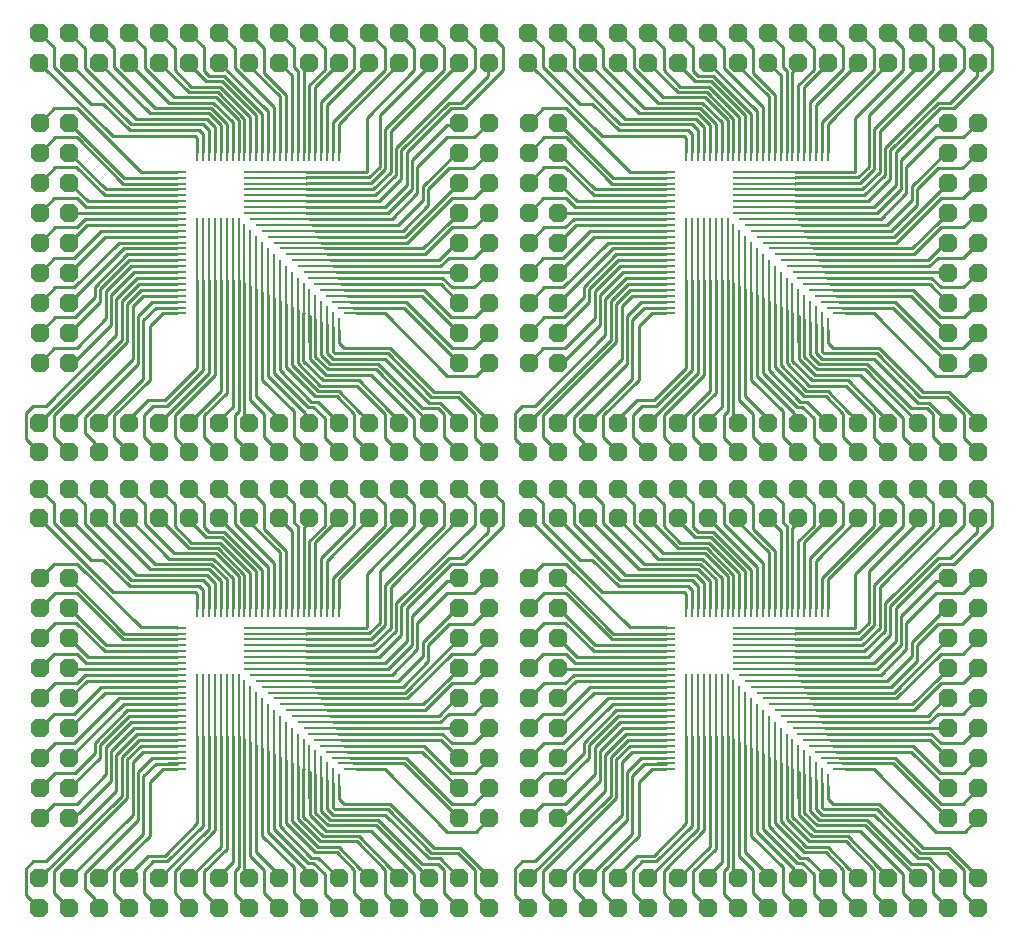
<source format=gtl>
G04*
G04 #@! TF.GenerationSoftware,Altium Limited,Altium Designer,22.0.2 (36)*
G04*
G04 Layer_Physical_Order=1*
G04 Layer_Color=255*
%FSLAX44Y44*%
%MOMM*%
G71*
G04*
G04 #@! TF.SameCoordinates,7C54838C-0965-49BE-8F7A-A0EB361EFC81*
G04*
G04*
G04 #@! TF.FilePolarity,Positive*
G04*
G01*
G75*
%ADD10R,7.0000X0.2800*%
%ADD11R,7.5000X0.2800*%
%ADD12R,0.2800X4.0500*%
%ADD13R,0.2800X4.5500*%
%ADD14R,0.2800X6.5000*%
%ADD15R,1.5600X0.2800*%
%ADD16R,0.2800X10.5600*%
%ADD17R,0.2800X10.0000*%
%ADD18R,0.2800X9.5000*%
%ADD19R,0.2800X9.0000*%
%ADD20R,0.2800X8.5000*%
%ADD21R,0.2800X8.0000*%
%ADD22R,0.2800X7.5000*%
%ADD23R,0.2800X7.0000*%
%ADD24R,0.2800X6.0000*%
%ADD25R,0.2800X5.5000*%
%ADD26R,0.2800X5.0500*%
%ADD27R,0.2800X3.5500*%
%ADD28R,0.2800X3.0500*%
%ADD29R,0.2800X2.5500*%
%ADD30R,0.2800X2.0500*%
%ADD31R,2.0500X0.2800*%
%ADD32R,2.5500X0.2800*%
%ADD33R,3.0500X0.2800*%
%ADD34R,3.5500X0.2800*%
%ADD35R,4.0500X0.2800*%
%ADD36R,4.5500X0.2800*%
%ADD37R,5.0500X0.2800*%
%ADD38R,5.5000X0.2800*%
%ADD39R,6.0000X0.2800*%
%ADD40R,6.5000X0.2800*%
%ADD41R,8.0000X0.2800*%
%ADD42R,8.5000X0.2800*%
%ADD43R,9.0000X0.2800*%
%ADD44R,9.5000X0.2800*%
%ADD45R,10.0000X0.2800*%
%ADD46R,10.5600X0.2800*%
%ADD47R,0.2800X1.5600*%
%ADD48C,0.2540*%
%ADD49P,1.7318X8X292.5*%
%ADD50P,1.7318X8X202.5*%
D10*
X259792Y183000D02*
D03*
X673792D02*
D03*
X259792Y569000D02*
D03*
X673792D02*
D03*
D11*
X257292Y188000D02*
D03*
X671292D02*
D03*
X257292Y574000D02*
D03*
X671292D02*
D03*
D12*
X250193Y128650D02*
D03*
X664193D02*
D03*
X250193Y514650D02*
D03*
X664193D02*
D03*
D13*
X245193Y131150D02*
D03*
X659193D02*
D03*
X245193Y517150D02*
D03*
X659193D02*
D03*
D14*
X225193Y140900D02*
D03*
X639193D02*
D03*
X225193Y526900D02*
D03*
X639193D02*
D03*
D15*
X133392Y253000D02*
D03*
Y248000D02*
D03*
Y243000D02*
D03*
Y238000D02*
D03*
Y233000D02*
D03*
Y228000D02*
D03*
Y223000D02*
D03*
Y218000D02*
D03*
Y213000D02*
D03*
Y208000D02*
D03*
Y203000D02*
D03*
Y198000D02*
D03*
Y193000D02*
D03*
Y188000D02*
D03*
Y183000D02*
D03*
Y178000D02*
D03*
Y173000D02*
D03*
Y168000D02*
D03*
Y163000D02*
D03*
Y158000D02*
D03*
Y153000D02*
D03*
Y148000D02*
D03*
Y143000D02*
D03*
Y138000D02*
D03*
Y133000D02*
D03*
X547393Y253000D02*
D03*
Y248000D02*
D03*
Y243000D02*
D03*
Y238000D02*
D03*
Y233000D02*
D03*
Y228000D02*
D03*
Y223000D02*
D03*
Y218000D02*
D03*
Y213000D02*
D03*
Y208000D02*
D03*
Y203000D02*
D03*
Y198000D02*
D03*
Y193000D02*
D03*
Y188000D02*
D03*
Y183000D02*
D03*
Y178000D02*
D03*
Y173000D02*
D03*
Y168000D02*
D03*
Y163000D02*
D03*
Y158000D02*
D03*
Y153000D02*
D03*
Y148000D02*
D03*
Y143000D02*
D03*
Y138000D02*
D03*
Y133000D02*
D03*
X133392Y639000D02*
D03*
Y634000D02*
D03*
Y629000D02*
D03*
Y624000D02*
D03*
Y619000D02*
D03*
Y614000D02*
D03*
Y609000D02*
D03*
Y604000D02*
D03*
Y599000D02*
D03*
Y594000D02*
D03*
Y589000D02*
D03*
Y584000D02*
D03*
Y579000D02*
D03*
Y574000D02*
D03*
Y569000D02*
D03*
Y564000D02*
D03*
Y559000D02*
D03*
Y554000D02*
D03*
Y549000D02*
D03*
Y544000D02*
D03*
Y539000D02*
D03*
Y534000D02*
D03*
Y529000D02*
D03*
Y524000D02*
D03*
Y519000D02*
D03*
X547393Y639000D02*
D03*
Y634000D02*
D03*
Y629000D02*
D03*
Y624000D02*
D03*
Y619000D02*
D03*
Y614000D02*
D03*
Y609000D02*
D03*
Y604000D02*
D03*
Y599000D02*
D03*
Y594000D02*
D03*
Y589000D02*
D03*
Y584000D02*
D03*
Y579000D02*
D03*
Y574000D02*
D03*
Y569000D02*
D03*
Y564000D02*
D03*
Y559000D02*
D03*
Y554000D02*
D03*
Y549000D02*
D03*
Y544000D02*
D03*
Y539000D02*
D03*
Y534000D02*
D03*
Y529000D02*
D03*
Y524000D02*
D03*
Y519000D02*
D03*
D16*
X160193Y161200D02*
D03*
X165193D02*
D03*
X170193D02*
D03*
X175193D02*
D03*
X180193D02*
D03*
X185193D02*
D03*
X150192D02*
D03*
X155192D02*
D03*
X574193D02*
D03*
X579193D02*
D03*
X584193D02*
D03*
X589193D02*
D03*
X594193D02*
D03*
X599193D02*
D03*
X564193D02*
D03*
X569193D02*
D03*
X160193Y547200D02*
D03*
X165193D02*
D03*
X170193D02*
D03*
X175193D02*
D03*
X180193D02*
D03*
X185193D02*
D03*
X150192D02*
D03*
X155192D02*
D03*
X574193D02*
D03*
X579193D02*
D03*
X584193D02*
D03*
X589193D02*
D03*
X594193D02*
D03*
X599193D02*
D03*
X564193D02*
D03*
X569193D02*
D03*
D17*
X190193Y158400D02*
D03*
X604193D02*
D03*
X190193Y544400D02*
D03*
X604193D02*
D03*
D18*
X195193Y155900D02*
D03*
X609193D02*
D03*
X195193Y541900D02*
D03*
X609193D02*
D03*
D19*
X200193Y153400D02*
D03*
X614193D02*
D03*
X200193Y539400D02*
D03*
X614193D02*
D03*
D20*
X205193Y150900D02*
D03*
X619193D02*
D03*
X205193Y536900D02*
D03*
X619193D02*
D03*
D21*
X210193Y148400D02*
D03*
X624193D02*
D03*
X210193Y534400D02*
D03*
X624193D02*
D03*
D22*
X215193Y145900D02*
D03*
X629193D02*
D03*
X215193Y531900D02*
D03*
X629193D02*
D03*
D23*
X220193Y143400D02*
D03*
X634193D02*
D03*
X220193Y529400D02*
D03*
X634193D02*
D03*
D24*
X230193Y138400D02*
D03*
X644193D02*
D03*
X230193Y524400D02*
D03*
X644193D02*
D03*
D25*
X235193Y135900D02*
D03*
X649193D02*
D03*
X235193Y521900D02*
D03*
X649193D02*
D03*
D26*
X240193Y133650D02*
D03*
X654193D02*
D03*
X240193Y519650D02*
D03*
X654193D02*
D03*
D27*
X255193Y126150D02*
D03*
X669193D02*
D03*
X255193Y512150D02*
D03*
X669193D02*
D03*
D28*
X260193Y123650D02*
D03*
X674193D02*
D03*
X260193Y509650D02*
D03*
X674193D02*
D03*
D29*
X265193Y121150D02*
D03*
X679193D02*
D03*
X265193Y507150D02*
D03*
X679193D02*
D03*
D30*
X270193Y118650D02*
D03*
X684193D02*
D03*
X270193Y504650D02*
D03*
X684193D02*
D03*
D31*
X284543Y133000D02*
D03*
X698542D02*
D03*
X284543Y519000D02*
D03*
X698542D02*
D03*
D32*
X282043Y138000D02*
D03*
X696042D02*
D03*
X282043Y524000D02*
D03*
X696042D02*
D03*
D33*
X279543Y143000D02*
D03*
X693542D02*
D03*
X279543Y529000D02*
D03*
X693542D02*
D03*
D34*
X277043Y148000D02*
D03*
X691042D02*
D03*
X277043Y534000D02*
D03*
X691042D02*
D03*
D35*
X274543Y153000D02*
D03*
X688542D02*
D03*
X274543Y539000D02*
D03*
X688542D02*
D03*
D36*
X272043Y158000D02*
D03*
X686042D02*
D03*
X272043Y544000D02*
D03*
X686042D02*
D03*
D37*
X269543Y163000D02*
D03*
X683542D02*
D03*
X269543Y549000D02*
D03*
X683542D02*
D03*
D38*
X267292Y168000D02*
D03*
X681292D02*
D03*
X267292Y554000D02*
D03*
X681292D02*
D03*
D39*
X264792Y173000D02*
D03*
X678792D02*
D03*
X264792Y559000D02*
D03*
X678792D02*
D03*
D40*
X262292Y178000D02*
D03*
X676292D02*
D03*
X262292Y564000D02*
D03*
X676292D02*
D03*
D41*
X254792Y193000D02*
D03*
X668792D02*
D03*
X254792Y579000D02*
D03*
X668792D02*
D03*
D42*
X252292Y198000D02*
D03*
X666292D02*
D03*
X252292Y584000D02*
D03*
X666292D02*
D03*
D43*
X249792Y203000D02*
D03*
X663792D02*
D03*
X249792Y589000D02*
D03*
X663792D02*
D03*
D44*
X247292Y208000D02*
D03*
X661292D02*
D03*
X247292Y594000D02*
D03*
X661292D02*
D03*
D45*
X244792Y213000D02*
D03*
X658792D02*
D03*
X244792Y599000D02*
D03*
X658792D02*
D03*
D46*
X241992Y218000D02*
D03*
Y223000D02*
D03*
Y228000D02*
D03*
Y233000D02*
D03*
Y238000D02*
D03*
Y243000D02*
D03*
Y248000D02*
D03*
Y253000D02*
D03*
X655993Y218000D02*
D03*
Y223000D02*
D03*
Y228000D02*
D03*
Y233000D02*
D03*
Y238000D02*
D03*
Y243000D02*
D03*
Y248000D02*
D03*
Y253000D02*
D03*
X241992Y604000D02*
D03*
Y609000D02*
D03*
Y614000D02*
D03*
Y619000D02*
D03*
Y624000D02*
D03*
Y629000D02*
D03*
Y634000D02*
D03*
Y639000D02*
D03*
X655993Y604000D02*
D03*
Y609000D02*
D03*
Y614000D02*
D03*
Y619000D02*
D03*
Y624000D02*
D03*
Y629000D02*
D03*
Y634000D02*
D03*
Y639000D02*
D03*
D47*
X270193Y269800D02*
D03*
X265193D02*
D03*
X260193D02*
D03*
X255193D02*
D03*
X250193D02*
D03*
X245193D02*
D03*
X240193D02*
D03*
X235193D02*
D03*
X230193D02*
D03*
X225193D02*
D03*
X220193D02*
D03*
X215193D02*
D03*
X210193D02*
D03*
X205193D02*
D03*
X200193D02*
D03*
X195193D02*
D03*
X190193D02*
D03*
X185193D02*
D03*
X180193D02*
D03*
X175193D02*
D03*
X170193D02*
D03*
X165193D02*
D03*
X160193D02*
D03*
X155192D02*
D03*
X150192D02*
D03*
X684193D02*
D03*
X679193D02*
D03*
X674193D02*
D03*
X669193D02*
D03*
X664193D02*
D03*
X659193D02*
D03*
X654193D02*
D03*
X649193D02*
D03*
X644193D02*
D03*
X639193D02*
D03*
X634193D02*
D03*
X629193D02*
D03*
X624193D02*
D03*
X619193D02*
D03*
X614193D02*
D03*
X609193D02*
D03*
X604193D02*
D03*
X599193D02*
D03*
X594193D02*
D03*
X589193D02*
D03*
X584193D02*
D03*
X579193D02*
D03*
X574193D02*
D03*
X569193D02*
D03*
X564193D02*
D03*
X270193Y655800D02*
D03*
X265193D02*
D03*
X260193D02*
D03*
X255193D02*
D03*
X250193D02*
D03*
X245193D02*
D03*
X240193D02*
D03*
X235193D02*
D03*
X230193D02*
D03*
X225193D02*
D03*
X220193D02*
D03*
X215193D02*
D03*
X210193D02*
D03*
X205193D02*
D03*
X200193D02*
D03*
X195193D02*
D03*
X190193D02*
D03*
X185193D02*
D03*
X180193D02*
D03*
X175193D02*
D03*
X170193D02*
D03*
X165193D02*
D03*
X160193D02*
D03*
X155192D02*
D03*
X150192D02*
D03*
X684193D02*
D03*
X679193D02*
D03*
X674193D02*
D03*
X669193D02*
D03*
X664193D02*
D03*
X659193D02*
D03*
X654193D02*
D03*
X649193D02*
D03*
X644193D02*
D03*
X639193D02*
D03*
X634193D02*
D03*
X629193D02*
D03*
X624193D02*
D03*
X619193D02*
D03*
X614193D02*
D03*
X609193D02*
D03*
X604193D02*
D03*
X599193D02*
D03*
X594193D02*
D03*
X589193D02*
D03*
X584193D02*
D03*
X579193D02*
D03*
X574193D02*
D03*
X569193D02*
D03*
X564193D02*
D03*
D48*
X345700Y224700D02*
Y238700D01*
X324000Y203000D02*
X345700Y224700D01*
X249792Y203000D02*
X324000D01*
X320000Y208000D02*
X341160Y229160D01*
X247292Y208000D02*
X320000D01*
X341160Y229160D02*
Y240581D01*
X315000Y213000D02*
X336620Y234620D01*
X244792Y213000D02*
X315000D01*
X336620Y234620D02*
Y256620D01*
X312000Y218000D02*
X332080Y238080D01*
X241992Y218000D02*
X312000D01*
X332080Y238080D02*
Y263080D01*
X242122Y223130D02*
X309130D01*
X327540Y241540D02*
Y269699D01*
X309130Y223130D02*
X327540Y241540D01*
X242122Y228130D02*
X304130D01*
X323000Y247000D02*
Y271579D01*
X304130Y228130D02*
X323000Y247000D01*
X301000Y233000D02*
X318460Y250460D01*
X241992Y233000D02*
X301000D01*
X318460Y250460D02*
Y273460D01*
X304840Y257023D02*
Y300840D01*
X295947Y248130D02*
X304840Y257023D01*
X242122Y243130D02*
X297367D01*
X242122Y248130D02*
X295947D01*
X299130Y238130D02*
X313920Y252920D01*
X242122Y238130D02*
X299130D01*
X309380Y255143D02*
Y289100D01*
X297367Y243130D02*
X309380Y255143D01*
X313920Y252920D02*
Y287220D01*
X207000Y336421D02*
Y358000D01*
X194300Y342700D02*
Y345400D01*
X220193Y269800D02*
Y316807D01*
X194300Y342700D02*
X220193Y316807D01*
X207000Y336421D02*
X225193Y318228D01*
Y269800D02*
Y318228D01*
X215193Y269800D02*
Y307883D01*
X182000Y341076D02*
X215193Y307883D01*
X182000Y341076D02*
Y357600D01*
X92700Y345400D02*
X126670Y311430D01*
X163832D01*
X118100Y345400D02*
X142990Y320510D01*
X110350Y302350D02*
X160070D01*
X144950Y325050D02*
X169473D01*
X92879Y288000D02*
X152000D01*
X131000Y339000D02*
X144950Y325050D01*
X114586Y306890D02*
X161951D01*
X70469Y310410D02*
X92879Y288000D01*
X98265Y297810D02*
X158190D01*
X94300Y293000D02*
X155000D01*
X41900Y345400D02*
X94300Y293000D01*
X55000Y341076D02*
X98265Y297810D01*
X80000Y341475D02*
X114586Y306890D01*
X130906Y315970D02*
X165712D01*
X142990Y320510D02*
X167593D01*
X106000Y340876D02*
X130906Y315970D01*
X67300Y345400D02*
X110350Y302350D01*
X11000Y55000D02*
X22225D01*
X81840Y114615D01*
X5000Y49000D02*
X11000Y55000D01*
X80000Y46880D02*
X110000Y76879D01*
Y122000D01*
X121000Y133000D01*
X48000Y104000D02*
X72760Y128760D01*
X77300Y123300D02*
Y148300D01*
X90920Y108600D02*
Y141341D01*
X81840Y114615D02*
Y145260D01*
X72760Y128760D02*
Y151760D01*
X41900Y40600D02*
X95460Y94160D01*
Y139460D01*
X16500Y40600D02*
X86380Y110480D01*
Y143380D01*
X29000Y46680D02*
X90920Y108600D01*
X55000Y44924D02*
X100000Y89924D01*
X104540Y77840D02*
Y127540D01*
X49854Y95854D02*
X77300Y123300D01*
X67300Y40600D02*
X104540Y77840D01*
X100000Y89924D02*
Y131000D01*
X121000Y133000D02*
X133392D01*
X114870Y137870D02*
X133263D01*
X104540Y127540D02*
X114870Y137870D01*
X111870Y142870D02*
X133263D01*
X100000Y131000D02*
X111870Y142870D01*
X104000Y148000D02*
X133392D01*
X95460Y139460D02*
X104000Y148000D01*
X102579Y153000D02*
X133392D01*
X90920Y141341D02*
X102579Y153000D01*
X81840Y145260D02*
X99579Y163000D01*
X86380Y143380D02*
X101000Y158000D01*
X99579Y163000D02*
X133392D01*
X101000Y158000D02*
X133392D01*
X77300Y148300D02*
X97000Y168000D01*
X133392D01*
X49710Y95854D02*
X49854D01*
X42000Y91400D02*
X45256D01*
X49710Y95854D01*
X29300Y104000D02*
X48000D01*
X16700Y91400D02*
X29300Y104000D01*
X94000Y173000D02*
X133392D01*
X68220Y143020D02*
Y153641D01*
X92579Y178000D02*
X133392D01*
X72760Y151760D02*
X94000Y173000D01*
X68220Y153641D02*
X92579Y178000D01*
X63680Y147256D02*
Y155680D01*
X91000Y183000D02*
X133392D01*
X63680Y155680D02*
X91000Y183000D01*
X29900Y130000D02*
X46424D01*
X16700Y116800D02*
X29900Y130000D01*
X46424D02*
X63680Y147256D01*
X29500Y155000D02*
X46024D01*
X16700Y142200D02*
X29500Y155000D01*
X46024D02*
X84024Y193000D01*
X16700Y167600D02*
X29100Y180000D01*
X45624D02*
X68625Y203000D01*
X29100Y180000D02*
X45624D01*
X29700Y206000D02*
X48000D01*
X55000Y213000D02*
X133392D01*
X48000Y206000D02*
X55000Y213000D01*
X42000Y193000D02*
X57000Y208000D01*
X133392D01*
X16700Y193000D02*
X29700Y206000D01*
X48380Y231000D02*
X56379Y223000D01*
X29300Y231000D02*
X48380D01*
X16700Y218400D02*
X29300Y231000D01*
X29998Y257098D02*
X47682D01*
X16700Y243800D02*
X29998Y257098D01*
X48179Y282000D02*
X87179Y243000D01*
X29500Y282000D02*
X48179D01*
X16700Y269200D02*
X29500Y282000D01*
X16700Y294600D02*
X29100Y307000D01*
X48479D02*
X102349Y253130D01*
X29100Y307000D02*
X48479D01*
X102349Y253130D02*
X133263D01*
X29000Y341675D02*
Y358200D01*
X16500Y370700D02*
X29000Y358200D01*
Y341675D02*
X60265Y310410D01*
X41900Y370700D02*
X55000Y357600D01*
Y341076D02*
Y357600D01*
X67300Y370700D02*
X80000Y358000D01*
Y341475D02*
Y358000D01*
X106000Y340876D02*
Y357400D01*
X92700Y370700D02*
X106000Y357400D01*
X150192Y269800D02*
Y281512D01*
X16500Y345400D02*
X78900Y283000D01*
X148705D02*
X150192Y281512D01*
X78900Y283000D02*
X148705D01*
X155000Y293000D02*
X160063Y287938D01*
X152000Y288000D02*
X155063Y284937D01*
X159870Y334130D02*
X173234D01*
X157990Y329590D02*
X171354D01*
X143500Y344080D02*
X157990Y329590D01*
X156000Y338000D02*
X159870Y334130D01*
X155063Y269930D02*
Y284937D01*
X160063Y269930D02*
Y287938D01*
X143500Y344080D02*
Y345400D01*
X156000Y338000D02*
Y358200D01*
X180193Y269800D02*
Y295069D01*
X171354Y329590D02*
X200193Y300751D01*
X169473Y325050D02*
X195193Y299331D01*
X173234Y334130D02*
X205193Y302172D01*
X185193Y269800D02*
Y296490D01*
X205193Y269800D02*
Y302172D01*
X195193Y269800D02*
Y299331D01*
X163832Y311430D02*
X180193Y295069D01*
X190193Y269800D02*
Y297910D01*
X161951Y306890D02*
X175063Y293778D01*
X160070Y302350D02*
X170193Y292228D01*
X200193Y269800D02*
Y300751D01*
X170193Y269800D02*
Y292228D01*
X165712Y315970D02*
X185193Y296490D01*
X165193Y269800D02*
Y290807D01*
X158190Y297810D02*
X165193Y290807D01*
X175063Y269930D02*
Y293778D01*
X167593Y320510D02*
X190193Y297910D01*
X131000Y339000D02*
Y357800D01*
X118100Y370700D02*
X131000Y357800D01*
X143500Y370700D02*
X156000Y358200D01*
X168900Y370700D02*
X182000Y357600D01*
X194300Y370700D02*
X207000Y358000D01*
X219700Y370700D02*
X232000Y358400D01*
Y341875D02*
Y358400D01*
Y341875D02*
X235193Y338683D01*
X245193Y326513D02*
X258000Y339320D01*
X245100Y370700D02*
X258000Y357800D01*
Y339320D02*
Y357800D01*
X283000Y340000D02*
Y358200D01*
X255193Y269800D02*
Y312192D01*
X283000Y340000D01*
X270500Y370700D02*
X283000Y358200D01*
X321300Y344879D02*
Y345400D01*
X270193Y293772D02*
X321300Y344879D01*
X270193Y269800D02*
Y293772D01*
X309000Y339000D02*
Y357600D01*
X265193Y269800D02*
Y295193D01*
X309000Y339000D01*
X295900Y370700D02*
X309000Y357600D01*
X304840Y300840D02*
X346700Y342700D01*
Y345400D01*
X293522Y298643D02*
X334000Y339120D01*
X321300Y370700D02*
X334000Y358000D01*
Y339120D02*
Y358000D01*
X359000Y338721D02*
Y358400D01*
X346700Y370700D02*
X359000Y358400D01*
X309380Y289100D02*
X359000Y338721D01*
X362961Y311540D02*
X373540D01*
X327540Y269699D02*
X364841Y307000D01*
X323000Y271579D02*
X362961Y311540D01*
X385000Y340000D02*
Y357800D01*
X318460Y273460D02*
X385000Y340000D01*
X364841Y307000D02*
X377000D01*
X372100Y370700D02*
X385000Y357800D01*
X396000Y343900D02*
X397500Y345400D01*
X373540Y311540D02*
X396000Y334000D01*
Y343900D01*
X377000Y307000D02*
X409000Y339000D01*
X361678Y292678D02*
X370078D01*
X332080Y263080D02*
X361678Y292678D01*
X370078D02*
X372000Y294600D01*
X336620Y256620D02*
X362000Y282000D01*
X384700D01*
X397300Y294600D01*
X369780Y269200D02*
X372000D01*
X341160Y240581D02*
X369780Y269200D01*
X345700Y238700D02*
X363000Y256000D01*
X384100D01*
X397300Y269200D01*
X254792Y193000D02*
X328000D01*
X366000Y231000D01*
X384500D01*
X326200Y198000D02*
X372000Y243800D01*
X252292Y198000D02*
X326200D01*
X384500Y231000D02*
X397300Y243800D01*
X257292Y188000D02*
X341580D01*
X364119Y210540D01*
X364140D01*
X372000Y218400D01*
X366000Y206000D02*
X384900D01*
X259792Y183000D02*
X343000D01*
X366000Y206000D01*
X372000Y218400D02*
X372000D01*
X384900Y206000D02*
X397300Y218400D01*
X384300Y180000D02*
X397300Y193000D01*
X363000Y180000D02*
X384300D01*
X356000Y173000D02*
X363000Y180000D01*
X262292Y178000D02*
X354580D01*
X369580Y193000D01*
X264792Y173000D02*
X356000D01*
X369580Y193000D02*
X372000D01*
X384700Y155000D02*
X397300Y167600D01*
X365620Y155000D02*
X384700D01*
X357621Y163000D02*
X365620Y155000D01*
X385100Y130000D02*
X397300Y142200D01*
X365220Y130000D02*
X385100D01*
X342220Y153000D02*
X365220Y130000D01*
X365821Y104000D02*
X384500D01*
X326820Y143000D02*
X365821Y104000D01*
X384500D02*
X397300Y116800D01*
X385000Y27800D02*
Y48000D01*
X350380Y66620D02*
X372800D01*
X348499Y62080D02*
X370920D01*
X385000Y48000D01*
X397500Y40600D02*
Y41920D01*
X372800Y66620D02*
X397500Y41920D01*
X385000Y27800D02*
X397500Y15300D01*
X287540Y49880D02*
X295900Y41520D01*
Y40600D02*
Y41520D01*
X287540Y49880D02*
Y49880D01*
X270040Y67380D02*
X287540Y49880D01*
X252041Y67380D02*
X270040D01*
X283000Y28200D02*
Y48000D01*
X250160Y62840D02*
X268160D01*
X283000Y48000D01*
Y28200D02*
X295900Y15300D01*
X313540Y49880D02*
X321300Y42120D01*
X286961Y76460D02*
X313540Y49880D01*
X321300Y40600D02*
Y42120D01*
X313540Y49880D02*
Y49880D01*
X256540Y76460D02*
X286961D01*
X285080Y71920D02*
X309000Y48000D01*
X254080Y71920D02*
X285080D01*
X309000Y27600D02*
Y48000D01*
Y27600D02*
X321300Y15300D01*
X297525Y81000D02*
X334000Y44524D01*
Y28000D02*
X346700Y15300D01*
X334000Y28000D02*
Y44524D01*
X346619Y57540D02*
X355881D01*
X340720Y53000D02*
X354000D01*
X303640Y90080D02*
X340720Y53000D01*
X313300Y103700D02*
X350380Y66620D01*
X311420Y99160D02*
X348499Y62080D01*
X309539Y94620D02*
X346619Y57540D01*
X355881D02*
X372100Y41321D01*
X354000Y53000D02*
X359000Y48000D01*
X372100Y40600D02*
Y41321D01*
X359000Y28400D02*
Y48000D01*
Y28400D02*
X372100Y15300D01*
X108540Y59540D02*
X122540D01*
X150192Y87192D02*
Y161200D01*
X122540Y59540D02*
X150192Y87192D01*
X92700Y43700D02*
X108540Y59540D01*
X92700Y40600D02*
Y43700D01*
X105000Y28400D02*
X118100Y15300D01*
X105000Y28400D02*
Y47000D01*
X113000Y55000D01*
X125000D01*
X155192Y85192D01*
Y161200D01*
X5000Y26800D02*
X16500Y15300D01*
X5000Y26800D02*
Y49000D01*
X29000Y28200D02*
Y46680D01*
Y28200D02*
X41900Y15300D01*
X55000Y32000D02*
Y44924D01*
Y32000D02*
X63826Y23174D01*
X80000Y28000D02*
X92700Y15300D01*
X80000Y28000D02*
Y46880D01*
X131000Y47080D02*
X165193Y81272D01*
X131000Y28000D02*
Y47080D01*
Y28000D02*
X143500Y15500D01*
X156000Y28200D02*
Y46680D01*
Y28200D02*
X168900Y15300D01*
X156000Y46680D02*
X175193Y65872D01*
X180193Y54193D02*
Y161200D01*
X168900Y42900D02*
X180193Y54193D01*
X168900Y40600D02*
Y42900D01*
X182000Y47280D02*
X185193Y50472D01*
X182000Y27600D02*
Y47280D01*
Y27600D02*
X194300Y15300D01*
X200193Y63363D02*
Y153400D01*
Y63363D02*
X219700Y43856D01*
Y40600D02*
Y43856D01*
X195193Y59808D02*
X207000Y48000D01*
Y28000D02*
Y48000D01*
Y28000D02*
X219700Y15300D01*
X195193Y59808D02*
Y155900D01*
X205193Y76807D02*
Y150900D01*
Y76807D02*
X232000Y50000D01*
Y28400D02*
Y50000D01*
Y28400D02*
X245100Y15300D01*
X241626Y44074D02*
Y48374D01*
X210193Y79808D02*
X241626Y48374D01*
X210193Y79808D02*
Y148400D01*
X241626Y44074D02*
X245100Y40600D01*
X215193Y82808D02*
X244240Y53760D01*
X215193Y82808D02*
Y145900D01*
X244240Y53760D02*
X248564D01*
X220193Y84808D02*
X246700Y58300D01*
X252800D01*
X220193Y84808D02*
Y143400D01*
X235193Y90808D02*
Y135900D01*
X225193Y87808D02*
Y140900D01*
Y87808D02*
X250160Y62840D01*
X230193Y89228D02*
X252041Y67380D01*
X230193Y89228D02*
Y138400D01*
X235193Y90808D02*
X254080Y71920D01*
X240063Y92937D02*
Y133520D01*
Y92937D02*
X256540Y76460D01*
X255193Y97808D02*
Y126150D01*
X250193Y96387D02*
X261040Y85540D01*
X255193Y97808D02*
X262920Y90080D01*
X245322Y94677D02*
Y131020D01*
X259000Y81000D02*
X297525D01*
X261040Y85540D02*
X301760D01*
X245322Y94677D02*
X259000Y81000D01*
X250193Y96387D02*
Y128650D01*
X262920Y90080D02*
X303640D01*
X265322Y100677D02*
X266840Y99160D01*
X264960Y94620D02*
X309539D01*
X260322Y99257D02*
Y123520D01*
Y99257D02*
X264960Y94620D01*
X265322Y100677D02*
Y121020D01*
X266840Y99160D02*
X311420D01*
X270322Y107677D02*
X274300Y103700D01*
X270322Y107677D02*
Y118520D01*
X274300Y103700D02*
X313300D01*
X270193Y118650D02*
X270322Y118520D01*
X248564Y53760D02*
X258000Y44324D01*
Y27800D02*
Y44324D01*
Y27800D02*
X270500Y15300D01*
X252800Y58300D02*
X270500Y40600D01*
X397400Y370600D02*
X409000Y359000D01*
Y339000D02*
Y359000D01*
X60265Y310410D02*
X70469D01*
X155063Y269930D02*
X155192Y269800D01*
X133263Y253130D02*
X133392Y253000D01*
X160063Y269930D02*
X160193Y269800D01*
X175063Y269930D02*
X175193Y269800D01*
X210193D02*
Y304107D01*
X168900Y345400D02*
X210193Y304107D01*
X230193Y269800D02*
Y334907D01*
X219700Y345400D02*
X230193Y334907D01*
X235193Y269800D02*
Y338683D01*
X245100Y342144D02*
Y345400D01*
X240193Y269800D02*
Y337237D01*
X245100Y342144D01*
X245193Y269800D02*
Y326513D01*
X250193Y269800D02*
Y325093D01*
X270500Y345400D01*
X260193Y269800D02*
Y309692D01*
X295900Y345400D01*
X293522Y253130D02*
Y298643D01*
X293393Y253000D02*
X293522Y253130D01*
X241992Y253000D02*
X293393D01*
X241992Y248000D02*
X242122Y248130D01*
X313920Y287220D02*
X372100Y345400D01*
X241992Y243000D02*
X242122Y243130D01*
X241992Y238000D02*
X242122Y238130D01*
X241992Y228000D02*
X242122Y228130D01*
X241992Y223000D02*
X242122Y223130D01*
X371600Y168000D02*
X372000Y167600D01*
X267292Y168000D02*
X371600D01*
X269543Y163000D02*
X357621D01*
X356200Y158000D02*
X372000Y142200D01*
X272043Y158000D02*
X356200D01*
X274543Y153000D02*
X342220D01*
X340800Y148000D02*
X372000Y116800D01*
X277043Y148000D02*
X340800D01*
X279543Y143000D02*
X326820D01*
X282043Y138000D02*
X325400D01*
X372000Y91400D01*
X284543Y133000D02*
X309004D01*
X361874Y80130D01*
X386030D01*
X397300Y91400D01*
X265193Y121150D02*
X265322Y121020D01*
X260193Y123650D02*
X260322Y123520D01*
X301760Y85540D02*
X346700Y40600D01*
X240063Y133520D02*
X240193Y133650D01*
X245193Y131150D02*
X245322Y131020D01*
X194300Y40600D02*
Y43856D01*
X190193Y47964D02*
Y158400D01*
Y47964D02*
X194300Y43856D01*
X185193Y50472D02*
Y161200D01*
X170193Y67292D02*
Y161200D01*
X175193Y65872D02*
Y161200D01*
X143500Y40600D02*
X170193Y67292D01*
X165193Y81272D02*
Y161200D01*
X143500Y15300D02*
Y15500D01*
X160193Y82692D02*
Y161200D01*
X118100Y40600D02*
X160193Y82692D01*
X133263Y137870D02*
X133392Y138000D01*
X42000Y116800D02*
X68220Y143020D01*
X63826Y18774D02*
Y23174D01*
Y18774D02*
X67300Y15300D01*
X133263Y142870D02*
X133392Y143000D01*
X42000Y142200D02*
X87800Y188000D01*
X133392D01*
X84024Y193000D02*
X133392D01*
X42000Y167600D02*
X72400Y198000D01*
X133392D01*
X68625Y203000D02*
X133392D01*
X42400Y218000D02*
X133392D01*
X42000Y218400D02*
X42400Y218000D01*
X56379Y223000D02*
X133392D01*
X42000Y243800D02*
X57800Y228000D01*
X133392D01*
X71779Y233000D02*
X133392D01*
X47682Y257098D02*
X71779Y233000D01*
X73200Y238000D02*
X133392D01*
X42000Y269200D02*
X73200Y238000D01*
X87179Y243000D02*
X133392D01*
X42000Y294600D02*
X88600Y248000D01*
X133392D01*
X759700Y224700D02*
Y238700D01*
X738000Y203000D02*
X759700Y224700D01*
X663792Y203000D02*
X738000D01*
X734000Y208000D02*
X755160Y229160D01*
X661292Y208000D02*
X734000D01*
X755160Y229160D02*
Y240581D01*
X729000Y213000D02*
X750620Y234620D01*
X658792Y213000D02*
X729000D01*
X750620Y234620D02*
Y256620D01*
X726000Y218000D02*
X746080Y238080D01*
X655993Y218000D02*
X726000D01*
X746080Y238080D02*
Y263080D01*
X656123Y223130D02*
X723130D01*
X741540Y241540D02*
Y269699D01*
X723130Y223130D02*
X741540Y241540D01*
X656123Y228130D02*
X718130D01*
X737000Y247000D02*
Y271579D01*
X718130Y228130D02*
X737000Y247000D01*
X715000Y233000D02*
X732460Y250460D01*
X655993Y233000D02*
X715000D01*
X732460Y250460D02*
Y273460D01*
X718840Y257023D02*
Y300840D01*
X709947Y248130D02*
X718840Y257023D01*
X656123Y243130D02*
X711367D01*
X656123Y248130D02*
X709947D01*
X713130Y238130D02*
X727920Y252920D01*
X656123Y238130D02*
X713130D01*
X723380Y255143D02*
Y289100D01*
X711367Y243130D02*
X723380Y255143D01*
X727920Y252920D02*
Y287220D01*
X621000Y336421D02*
Y358000D01*
X608300Y342700D02*
Y345400D01*
X634193Y269800D02*
Y316807D01*
X608300Y342700D02*
X634193Y316807D01*
X621000Y336421D02*
X639193Y318228D01*
Y269800D02*
Y318228D01*
X629193Y269800D02*
Y307883D01*
X596000Y341076D02*
X629193Y307883D01*
X596000Y341076D02*
Y357600D01*
X506700Y345400D02*
X540670Y311430D01*
X577832D01*
X532100Y345400D02*
X556990Y320510D01*
X524350Y302350D02*
X574071D01*
X558950Y325050D02*
X583473D01*
X506880Y288000D02*
X566000D01*
X545000Y339000D02*
X558950Y325050D01*
X528586Y306890D02*
X575951D01*
X484469Y310410D02*
X506880Y288000D01*
X512266Y297810D02*
X572190D01*
X508300Y293000D02*
X569000D01*
X455900Y345400D02*
X508300Y293000D01*
X469000Y341076D02*
X512266Y297810D01*
X494000Y341475D02*
X528586Y306890D01*
X544906Y315970D02*
X579712D01*
X556990Y320510D02*
X581593D01*
X520000Y340876D02*
X544906Y315970D01*
X481300Y345400D02*
X524350Y302350D01*
X425000Y55000D02*
X436225D01*
X495840Y114615D01*
X419000Y49000D02*
X425000Y55000D01*
X494000Y46880D02*
X524000Y76879D01*
Y122000D01*
X535000Y133000D01*
X462000Y104000D02*
X486760Y128760D01*
X491300Y123300D02*
Y148300D01*
X504920Y108600D02*
Y141341D01*
X495840Y114615D02*
Y145260D01*
X486760Y128760D02*
Y151760D01*
X455900Y40600D02*
X509460Y94160D01*
Y139460D01*
X430500Y40600D02*
X500380Y110480D01*
Y143380D01*
X443000Y46680D02*
X504920Y108600D01*
X469000Y44924D02*
X514000Y89924D01*
X518540Y77840D02*
Y127540D01*
X463854Y95854D02*
X491300Y123300D01*
X481300Y40600D02*
X518540Y77840D01*
X514000Y89924D02*
Y131000D01*
X535000Y133000D02*
X547393D01*
X528870Y137870D02*
X547262D01*
X518540Y127540D02*
X528870Y137870D01*
X525870Y142870D02*
X547262D01*
X514000Y131000D02*
X525870Y142870D01*
X518000Y148000D02*
X547393D01*
X509460Y139460D02*
X518000Y148000D01*
X516580Y153000D02*
X547393D01*
X504920Y141341D02*
X516580Y153000D01*
X495840Y145260D02*
X513579Y163000D01*
X500380Y143380D02*
X515000Y158000D01*
X513579Y163000D02*
X547393D01*
X515000Y158000D02*
X547393D01*
X491300Y148300D02*
X511000Y168000D01*
X547393D01*
X463710Y95854D02*
X463854D01*
X456000Y91400D02*
X459256D01*
X463710Y95854D01*
X443300Y104000D02*
X462000D01*
X430700Y91400D02*
X443300Y104000D01*
X508000Y173000D02*
X547393D01*
X482220Y143020D02*
Y153641D01*
X506580Y178000D02*
X547393D01*
X486760Y151760D02*
X508000Y173000D01*
X482220Y153641D02*
X506580Y178000D01*
X477680Y147256D02*
Y155680D01*
X505000Y183000D02*
X547393D01*
X477680Y155680D02*
X505000Y183000D01*
X443900Y130000D02*
X460424D01*
X430700Y116800D02*
X443900Y130000D01*
X460424D02*
X477680Y147256D01*
X443500Y155000D02*
X460024D01*
X430700Y142200D02*
X443500Y155000D01*
X460024D02*
X498024Y193000D01*
X430700Y167600D02*
X443100Y180000D01*
X459624D02*
X482625Y203000D01*
X443100Y180000D02*
X459624D01*
X443700Y206000D02*
X462000D01*
X469000Y213000D02*
X547393D01*
X462000Y206000D02*
X469000Y213000D01*
X456000Y193000D02*
X471000Y208000D01*
X547393D01*
X430700Y193000D02*
X443700Y206000D01*
X462379Y231000D02*
X470379Y223000D01*
X443300Y231000D02*
X462379D01*
X430700Y218400D02*
X443300Y231000D01*
X443998Y257098D02*
X461682D01*
X430700Y243800D02*
X443998Y257098D01*
X462179Y282000D02*
X501180Y243000D01*
X443500Y282000D02*
X462179D01*
X430700Y269200D02*
X443500Y282000D01*
X430700Y294600D02*
X443100Y307000D01*
X462480D02*
X516349Y253130D01*
X443100Y307000D02*
X462480D01*
X516349Y253130D02*
X547262D01*
X443000Y341675D02*
Y358200D01*
X430500Y370700D02*
X443000Y358200D01*
Y341675D02*
X474266Y310410D01*
X455900Y370700D02*
X469000Y357600D01*
Y341076D02*
Y357600D01*
X481300Y370700D02*
X494000Y358000D01*
Y341475D02*
Y358000D01*
X520000Y340876D02*
Y357400D01*
X506700Y370700D02*
X520000Y357400D01*
X564193Y269800D02*
Y281512D01*
X430500Y345400D02*
X492900Y283000D01*
X562705D02*
X564193Y281512D01*
X492900Y283000D02*
X562705D01*
X569000Y293000D02*
X574062Y287938D01*
X566000Y288000D02*
X569062Y284937D01*
X573870Y334130D02*
X587234D01*
X571990Y329590D02*
X585354D01*
X557500Y344080D02*
X571990Y329590D01*
X570000Y338000D02*
X573870Y334130D01*
X569062Y269930D02*
Y284937D01*
X574062Y269930D02*
Y287938D01*
X557500Y344080D02*
Y345400D01*
X570000Y338000D02*
Y358200D01*
X594193Y269800D02*
Y295069D01*
X585354Y329590D02*
X614193Y300751D01*
X583473Y325050D02*
X609193Y299331D01*
X587234Y334130D02*
X619193Y302172D01*
X599193Y269800D02*
Y296490D01*
X619193Y269800D02*
Y302172D01*
X609193Y269800D02*
Y299331D01*
X577832Y311430D02*
X594193Y295069D01*
X604193Y269800D02*
Y297910D01*
X575951Y306890D02*
X589062Y293778D01*
X574071Y302350D02*
X584193Y292228D01*
X614193Y269800D02*
Y300751D01*
X584193Y269800D02*
Y292228D01*
X579712Y315970D02*
X599193Y296490D01*
X579193Y269800D02*
Y290807D01*
X572190Y297810D02*
X579193Y290807D01*
X589062Y269930D02*
Y293778D01*
X581593Y320510D02*
X604193Y297910D01*
X545000Y339000D02*
Y357800D01*
X532100Y370700D02*
X545000Y357800D01*
X557500Y370700D02*
X570000Y358200D01*
X582900Y370700D02*
X596000Y357600D01*
X608300Y370700D02*
X621000Y358000D01*
X633700Y370700D02*
X646000Y358400D01*
Y341875D02*
Y358400D01*
Y341875D02*
X649193Y338683D01*
X659193Y326513D02*
X672000Y339320D01*
X659100Y370700D02*
X672000Y357800D01*
Y339320D02*
Y357800D01*
X697000Y340000D02*
Y358200D01*
X669193Y269800D02*
Y312192D01*
X697000Y340000D01*
X684500Y370700D02*
X697000Y358200D01*
X735300Y344879D02*
Y345400D01*
X684193Y293772D02*
X735300Y344879D01*
X684193Y269800D02*
Y293772D01*
X723000Y339000D02*
Y357600D01*
X679193Y269800D02*
Y295193D01*
X723000Y339000D01*
X709900Y370700D02*
X723000Y357600D01*
X718840Y300840D02*
X760700Y342700D01*
Y345400D01*
X707523Y298643D02*
X748000Y339120D01*
X735300Y370700D02*
X748000Y358000D01*
Y339120D02*
Y358000D01*
X773000Y338721D02*
Y358400D01*
X760700Y370700D02*
X773000Y358400D01*
X723380Y289100D02*
X773000Y338721D01*
X776961Y311540D02*
X787540D01*
X741540Y269699D02*
X778841Y307000D01*
X737000Y271579D02*
X776961Y311540D01*
X799000Y340000D02*
Y357800D01*
X732460Y273460D02*
X799000Y340000D01*
X778841Y307000D02*
X791000D01*
X786100Y370700D02*
X799000Y357800D01*
X810000Y343900D02*
X811500Y345400D01*
X787540Y311540D02*
X810000Y334000D01*
Y343900D01*
X791000Y307000D02*
X823000Y339000D01*
X775678Y292678D02*
X784078D01*
X746080Y263080D02*
X775678Y292678D01*
X784078D02*
X786000Y294600D01*
X750620Y256620D02*
X776000Y282000D01*
X798700D01*
X811300Y294600D01*
X783780Y269200D02*
X786000D01*
X755160Y240581D02*
X783780Y269200D01*
X759700Y238700D02*
X777000Y256000D01*
X798100D01*
X811300Y269200D01*
X668792Y193000D02*
X742000D01*
X780000Y231000D01*
X798500D01*
X740200Y198000D02*
X786000Y243800D01*
X666292Y198000D02*
X740200D01*
X798500Y231000D02*
X811300Y243800D01*
X671292Y188000D02*
X755580D01*
X778120Y210540D01*
X778140D01*
X786000Y218400D01*
X780000Y206000D02*
X798900D01*
X673792Y183000D02*
X757000D01*
X780000Y206000D01*
X786000Y218400D02*
X786000D01*
X798900Y206000D02*
X811300Y218400D01*
X798300Y180000D02*
X811300Y193000D01*
X777000Y180000D02*
X798300D01*
X770000Y173000D02*
X777000Y180000D01*
X676292Y178000D02*
X768579D01*
X783579Y193000D01*
X678792Y173000D02*
X770000D01*
X783579Y193000D02*
X786000D01*
X798700Y155000D02*
X811300Y167600D01*
X779621Y155000D02*
X798700D01*
X771620Y163000D02*
X779621Y155000D01*
X799100Y130000D02*
X811300Y142200D01*
X779221Y130000D02*
X799100D01*
X756220Y153000D02*
X779221Y130000D01*
X779821Y104000D02*
X798500D01*
X740820Y143000D02*
X779821Y104000D01*
X798500D02*
X811300Y116800D01*
X799000Y27800D02*
Y48000D01*
X764380Y66620D02*
X786801D01*
X762499Y62080D02*
X784920D01*
X799000Y48000D01*
X811500Y40600D02*
Y41920D01*
X786801Y66620D02*
X811500Y41920D01*
X799000Y27800D02*
X811500Y15300D01*
X701540Y49880D02*
X709900Y41520D01*
Y40600D02*
Y41520D01*
X701540Y49880D02*
Y49880D01*
X684041Y67380D02*
X701540Y49880D01*
X666040Y67380D02*
X684041D01*
X697000Y28200D02*
Y48000D01*
X664160Y62840D02*
X682160D01*
X697000Y48000D01*
Y28200D02*
X709900Y15300D01*
X727540Y49880D02*
X735300Y42120D01*
X700961Y76460D02*
X727540Y49880D01*
X735300Y40600D02*
Y42120D01*
X727540Y49880D02*
Y49880D01*
X670540Y76460D02*
X700961D01*
X699080Y71920D02*
X723000Y48000D01*
X668080Y71920D02*
X699080D01*
X723000Y27600D02*
Y48000D01*
Y27600D02*
X735300Y15300D01*
X711525Y81000D02*
X748000Y44524D01*
Y28000D02*
X760700Y15300D01*
X748000Y28000D02*
Y44524D01*
X760619Y57540D02*
X769881D01*
X754721Y53000D02*
X768000D01*
X717641Y90080D02*
X754721Y53000D01*
X727300Y103700D02*
X764380Y66620D01*
X725420Y99160D02*
X762499Y62080D01*
X723539Y94620D02*
X760619Y57540D01*
X769881D02*
X786100Y41321D01*
X768000Y53000D02*
X773000Y48000D01*
X786100Y40600D02*
Y41321D01*
X773000Y28400D02*
Y48000D01*
Y28400D02*
X786100Y15300D01*
X522540Y59540D02*
X536540D01*
X564193Y87192D02*
Y161200D01*
X536540Y59540D02*
X564193Y87192D01*
X506700Y43700D02*
X522540Y59540D01*
X506700Y40600D02*
Y43700D01*
X519000Y28400D02*
X532100Y15300D01*
X519000Y28400D02*
Y47000D01*
X527000Y55000D01*
X539000D01*
X569193Y85192D01*
Y161200D01*
X419000Y26800D02*
X430500Y15300D01*
X419000Y26800D02*
Y49000D01*
X443000Y28200D02*
Y46680D01*
Y28200D02*
X455900Y15300D01*
X469000Y32000D02*
Y44924D01*
Y32000D02*
X477826Y23174D01*
X494000Y28000D02*
X506700Y15300D01*
X494000Y28000D02*
Y46880D01*
X545000Y47080D02*
X579193Y81272D01*
X545000Y28000D02*
Y47080D01*
Y28000D02*
X557500Y15500D01*
X570000Y28200D02*
Y46680D01*
Y28200D02*
X582900Y15300D01*
X570000Y46680D02*
X589193Y65872D01*
X594193Y54193D02*
Y161200D01*
X582900Y42900D02*
X594193Y54193D01*
X582900Y40600D02*
Y42900D01*
X596000Y47280D02*
X599193Y50472D01*
X596000Y27600D02*
Y47280D01*
Y27600D02*
X608300Y15300D01*
X614193Y63363D02*
Y153400D01*
Y63363D02*
X633700Y43856D01*
Y40600D02*
Y43856D01*
X609193Y59808D02*
X621000Y48000D01*
Y28000D02*
Y48000D01*
Y28000D02*
X633700Y15300D01*
X609193Y59808D02*
Y155900D01*
X619193Y76807D02*
Y150900D01*
Y76807D02*
X646000Y50000D01*
Y28400D02*
Y50000D01*
Y28400D02*
X659100Y15300D01*
X655626Y44074D02*
Y48374D01*
X624193Y79808D02*
X655626Y48374D01*
X624193Y79808D02*
Y148400D01*
X655626Y44074D02*
X659100Y40600D01*
X629193Y82808D02*
X658240Y53760D01*
X629193Y82808D02*
Y145900D01*
X658240Y53760D02*
X662564D01*
X634193Y84808D02*
X660700Y58300D01*
X666800D01*
X634193Y84808D02*
Y143400D01*
X649193Y90808D02*
Y135900D01*
X639193Y87808D02*
Y140900D01*
Y87808D02*
X664160Y62840D01*
X644193Y89228D02*
X666040Y67380D01*
X644193Y89228D02*
Y138400D01*
X649193Y90808D02*
X668080Y71920D01*
X654062Y92937D02*
Y133520D01*
Y92937D02*
X670540Y76460D01*
X669193Y97808D02*
Y126150D01*
X664193Y96387D02*
X675040Y85540D01*
X669193Y97808D02*
X676920Y90080D01*
X659323Y94677D02*
Y131020D01*
X673000Y81000D02*
X711525D01*
X675040Y85540D02*
X715760D01*
X659323Y94677D02*
X673000Y81000D01*
X664193Y96387D02*
Y128650D01*
X676920Y90080D02*
X717641D01*
X679323Y100677D02*
X680840Y99160D01*
X678960Y94620D02*
X723539D01*
X674323Y99257D02*
Y123520D01*
Y99257D02*
X678960Y94620D01*
X679323Y100677D02*
Y121020D01*
X680840Y99160D02*
X725420D01*
X684323Y107677D02*
X688300Y103700D01*
X684323Y107677D02*
Y118520D01*
X688300Y103700D02*
X727300D01*
X684193Y118650D02*
X684323Y118520D01*
X662564Y53760D02*
X672000Y44324D01*
Y27800D02*
Y44324D01*
Y27800D02*
X684500Y15300D01*
X666800Y58300D02*
X684500Y40600D01*
X811400Y370600D02*
X823000Y359000D01*
Y339000D02*
Y359000D01*
X474266Y310410D02*
X484469D01*
X569062Y269930D02*
X569193Y269800D01*
X547262Y253130D02*
X547393Y253000D01*
X574062Y269930D02*
X574193Y269800D01*
X589062Y269930D02*
X589193Y269800D01*
X624193D02*
Y304107D01*
X582900Y345400D02*
X624193Y304107D01*
X644193Y269800D02*
Y334907D01*
X633700Y345400D02*
X644193Y334907D01*
X649193Y269800D02*
Y338683D01*
X659100Y342144D02*
Y345400D01*
X654193Y269800D02*
Y337237D01*
X659100Y342144D01*
X659193Y269800D02*
Y326513D01*
X664193Y269800D02*
Y325093D01*
X684500Y345400D01*
X674193Y269800D02*
Y309692D01*
X709900Y345400D01*
X707523Y253130D02*
Y298643D01*
X707393Y253000D02*
X707523Y253130D01*
X655993Y253000D02*
X707393D01*
X655993Y248000D02*
X656123Y248130D01*
X727920Y287220D02*
X786100Y345400D01*
X655993Y243000D02*
X656123Y243130D01*
X655993Y238000D02*
X656123Y238130D01*
X655993Y228000D02*
X656123Y228130D01*
X655993Y223000D02*
X656123Y223130D01*
X785600Y168000D02*
X786000Y167600D01*
X681292Y168000D02*
X785600D01*
X683542Y163000D02*
X771620D01*
X770200Y158000D02*
X786000Y142200D01*
X686042Y158000D02*
X770200D01*
X688542Y153000D02*
X756220D01*
X754800Y148000D02*
X786000Y116800D01*
X691042Y148000D02*
X754800D01*
X693542Y143000D02*
X740820D01*
X696042Y138000D02*
X739400D01*
X786000Y91400D01*
X698542Y133000D02*
X723003D01*
X775874Y80130D01*
X800030D01*
X811300Y91400D01*
X679193Y121150D02*
X679323Y121020D01*
X674193Y123650D02*
X674323Y123520D01*
X715760Y85540D02*
X760700Y40600D01*
X654062Y133520D02*
X654193Y133650D01*
X659193Y131150D02*
X659323Y131020D01*
X608300Y40600D02*
Y43856D01*
X604193Y47964D02*
Y158400D01*
Y47964D02*
X608300Y43856D01*
X599193Y50472D02*
Y161200D01*
X584193Y67292D02*
Y161200D01*
X589193Y65872D02*
Y161200D01*
X557500Y40600D02*
X584193Y67292D01*
X579193Y81272D02*
Y161200D01*
X557500Y15300D02*
Y15500D01*
X574193Y82692D02*
Y161200D01*
X532100Y40600D02*
X574193Y82692D01*
X547262Y137870D02*
X547393Y138000D01*
X456000Y116800D02*
X482220Y143020D01*
X477826Y18774D02*
Y23174D01*
Y18774D02*
X481300Y15300D01*
X547262Y142870D02*
X547393Y143000D01*
X456000Y142200D02*
X501800Y188000D01*
X547393D01*
X498024Y193000D02*
X547393D01*
X456000Y167600D02*
X486400Y198000D01*
X547393D01*
X482625Y203000D02*
X547393D01*
X456400Y218000D02*
X547393D01*
X456000Y218400D02*
X456400Y218000D01*
X470379Y223000D02*
X547393D01*
X456000Y243800D02*
X471800Y228000D01*
X547393D01*
X485779Y233000D02*
X547393D01*
X461682Y257098D02*
X485779Y233000D01*
X487200Y238000D02*
X547393D01*
X456000Y269200D02*
X487200Y238000D01*
X501180Y243000D02*
X547393D01*
X456000Y294600D02*
X502600Y248000D01*
X547393D01*
X345700Y610700D02*
Y624700D01*
X324000Y589000D02*
X345700Y610700D01*
X249792Y589000D02*
X324000D01*
X320000Y594000D02*
X341160Y615160D01*
X247292Y594000D02*
X320000D01*
X341160Y615160D02*
Y626581D01*
X315000Y599000D02*
X336620Y620620D01*
X244792Y599000D02*
X315000D01*
X336620Y620620D02*
Y642620D01*
X312000Y604000D02*
X332080Y624080D01*
X241992Y604000D02*
X312000D01*
X332080Y624080D02*
Y649080D01*
X242122Y609130D02*
X309130D01*
X327540Y627540D02*
Y655699D01*
X309130Y609130D02*
X327540Y627540D01*
X242122Y614130D02*
X304130D01*
X323000Y633000D02*
Y657579D01*
X304130Y614130D02*
X323000Y633000D01*
X301000Y619000D02*
X318460Y636460D01*
X241992Y619000D02*
X301000D01*
X318460Y636460D02*
Y659460D01*
X304840Y643023D02*
Y686840D01*
X295947Y634130D02*
X304840Y643023D01*
X242122Y629130D02*
X297367D01*
X242122Y634130D02*
X295947D01*
X299130Y624130D02*
X313920Y638920D01*
X242122Y624130D02*
X299130D01*
X309380Y641143D02*
Y675100D01*
X297367Y629130D02*
X309380Y641143D01*
X313920Y638920D02*
Y673220D01*
X207000Y722421D02*
Y744000D01*
X194300Y728700D02*
Y731400D01*
X220193Y655800D02*
Y702807D01*
X194300Y728700D02*
X220193Y702807D01*
X207000Y722421D02*
X225193Y704228D01*
Y655800D02*
Y704228D01*
X215193Y655800D02*
Y693883D01*
X182000Y727076D02*
X215193Y693883D01*
X182000Y727076D02*
Y743600D01*
X92700Y731400D02*
X126670Y697430D01*
X163832D01*
X118100Y731400D02*
X142990Y706510D01*
X110350Y688350D02*
X160070D01*
X144950Y711050D02*
X169473D01*
X92879Y674000D02*
X152000D01*
X131000Y725000D02*
X144950Y711050D01*
X114586Y692890D02*
X161951D01*
X70469Y696410D02*
X92879Y674000D01*
X98265Y683810D02*
X158190D01*
X94300Y679000D02*
X155000D01*
X41900Y731400D02*
X94300Y679000D01*
X55000Y727076D02*
X98265Y683810D01*
X80000Y727476D02*
X114586Y692890D01*
X130906Y701970D02*
X165712D01*
X142990Y706510D02*
X167593D01*
X106000Y726876D02*
X130906Y701970D01*
X67300Y731400D02*
X110350Y688350D01*
X11000Y441000D02*
X22225D01*
X81840Y500616D01*
X5000Y435000D02*
X11000Y441000D01*
X80000Y432879D02*
X110000Y462879D01*
Y508000D01*
X121000Y519000D01*
X48000Y490000D02*
X72760Y514760D01*
X77300Y509300D02*
Y534300D01*
X90920Y494599D02*
Y527341D01*
X81840Y500616D02*
Y531260D01*
X72760Y514760D02*
Y537760D01*
X41900Y426600D02*
X95460Y480160D01*
Y525460D01*
X16500Y426600D02*
X86380Y496480D01*
Y529380D01*
X29000Y432679D02*
X90920Y494599D01*
X55000Y430924D02*
X100000Y475924D01*
X104540Y463840D02*
Y513540D01*
X49854Y481854D02*
X77300Y509300D01*
X67300Y426600D02*
X104540Y463840D01*
X100000Y475924D02*
Y517000D01*
X121000Y519000D02*
X133392D01*
X114870Y523870D02*
X133263D01*
X104540Y513540D02*
X114870Y523870D01*
X111870Y528870D02*
X133263D01*
X100000Y517000D02*
X111870Y528870D01*
X104000Y534000D02*
X133392D01*
X95460Y525460D02*
X104000Y534000D01*
X102579Y539000D02*
X133392D01*
X90920Y527341D02*
X102579Y539000D01*
X81840Y531260D02*
X99579Y549000D01*
X86380Y529380D02*
X101000Y544000D01*
X99579Y549000D02*
X133392D01*
X101000Y544000D02*
X133392D01*
X77300Y534300D02*
X97000Y554000D01*
X133392D01*
X49710Y481854D02*
X49854D01*
X42000Y477400D02*
X45256D01*
X49710Y481854D01*
X29300Y490000D02*
X48000D01*
X16700Y477400D02*
X29300Y490000D01*
X94000Y559000D02*
X133392D01*
X68220Y529020D02*
Y539641D01*
X92579Y564000D02*
X133392D01*
X72760Y537760D02*
X94000Y559000D01*
X68220Y539641D02*
X92579Y564000D01*
X63680Y533256D02*
Y541680D01*
X91000Y569000D02*
X133392D01*
X63680Y541680D02*
X91000Y569000D01*
X29900Y516000D02*
X46424D01*
X16700Y502800D02*
X29900Y516000D01*
X46424D02*
X63680Y533256D01*
X29500Y541000D02*
X46024D01*
X16700Y528200D02*
X29500Y541000D01*
X46024D02*
X84024Y579000D01*
X16700Y553600D02*
X29100Y566000D01*
X45624D02*
X68625Y589000D01*
X29100Y566000D02*
X45624D01*
X29700Y592000D02*
X48000D01*
X55000Y599000D02*
X133392D01*
X48000Y592000D02*
X55000Y599000D01*
X42000Y579000D02*
X57000Y594000D01*
X133392D01*
X16700Y579000D02*
X29700Y592000D01*
X48380Y617000D02*
X56379Y609000D01*
X29300Y617000D02*
X48380D01*
X16700Y604400D02*
X29300Y617000D01*
X29998Y643098D02*
X47682D01*
X16700Y629800D02*
X29998Y643098D01*
X48179Y668000D02*
X87179Y629000D01*
X29500Y668000D02*
X48179D01*
X16700Y655200D02*
X29500Y668000D01*
X16700Y680600D02*
X29100Y693000D01*
X48479D02*
X102349Y639130D01*
X29100Y693000D02*
X48479D01*
X102349Y639130D02*
X133263D01*
X29000Y727675D02*
Y744200D01*
X16500Y756700D02*
X29000Y744200D01*
Y727675D02*
X60265Y696410D01*
X41900Y756700D02*
X55000Y743600D01*
Y727076D02*
Y743600D01*
X67300Y756700D02*
X80000Y744000D01*
Y727476D02*
Y744000D01*
X106000Y726876D02*
Y743400D01*
X92700Y756700D02*
X106000Y743400D01*
X150192Y655800D02*
Y667512D01*
X16500Y731400D02*
X78900Y669000D01*
X148705D02*
X150192Y667512D01*
X78900Y669000D02*
X148705D01*
X155000Y679000D02*
X160063Y673938D01*
X152000Y674000D02*
X155063Y670938D01*
X159870Y720130D02*
X173234D01*
X157990Y715590D02*
X171354D01*
X143500Y730079D02*
X157990Y715590D01*
X156000Y724000D02*
X159870Y720130D01*
X155063Y655930D02*
Y670938D01*
X160063Y655930D02*
Y673938D01*
X143500Y730079D02*
Y731400D01*
X156000Y724000D02*
Y744200D01*
X180193Y655800D02*
Y681069D01*
X171354Y715590D02*
X200193Y686751D01*
X169473Y711050D02*
X195193Y685331D01*
X173234Y720130D02*
X205193Y688172D01*
X185193Y655800D02*
Y682489D01*
X205193Y655800D02*
Y688172D01*
X195193Y655800D02*
Y685331D01*
X163832Y697430D02*
X180193Y681069D01*
X190193Y655800D02*
Y683910D01*
X161951Y692890D02*
X175063Y679779D01*
X160070Y688350D02*
X170193Y678228D01*
X200193Y655800D02*
Y686751D01*
X170193Y655800D02*
Y678228D01*
X165712Y701970D02*
X185193Y682489D01*
X165193Y655800D02*
Y676807D01*
X158190Y683810D02*
X165193Y676807D01*
X175063Y655930D02*
Y679779D01*
X167593Y706510D02*
X190193Y683910D01*
X131000Y725000D02*
Y743800D01*
X118100Y756700D02*
X131000Y743800D01*
X143500Y756700D02*
X156000Y744200D01*
X168900Y756700D02*
X182000Y743600D01*
X194300Y756700D02*
X207000Y744000D01*
X219700Y756700D02*
X232000Y744400D01*
Y727876D02*
Y744400D01*
Y727876D02*
X235193Y724683D01*
X245193Y712513D02*
X258000Y725321D01*
X245100Y756700D02*
X258000Y743800D01*
Y725321D02*
Y743800D01*
X283000Y726000D02*
Y744200D01*
X255193Y655800D02*
Y698193D01*
X283000Y726000D01*
X270500Y756700D02*
X283000Y744200D01*
X321300Y730879D02*
Y731400D01*
X270193Y679772D02*
X321300Y730879D01*
X270193Y655800D02*
Y679772D01*
X309000Y725000D02*
Y743600D01*
X265193Y655800D02*
Y681192D01*
X309000Y725000D01*
X295900Y756700D02*
X309000Y743600D01*
X304840Y686840D02*
X346700Y728700D01*
Y731400D01*
X293522Y684643D02*
X334000Y725120D01*
X321300Y756700D02*
X334000Y744000D01*
Y725120D02*
Y744000D01*
X359000Y724721D02*
Y744400D01*
X346700Y756700D02*
X359000Y744400D01*
X309380Y675100D02*
X359000Y724721D01*
X362961Y697540D02*
X373540D01*
X327540Y655699D02*
X364841Y693000D01*
X323000Y657579D02*
X362961Y697540D01*
X385000Y726000D02*
Y743800D01*
X318460Y659460D02*
X385000Y726000D01*
X364841Y693000D02*
X377000D01*
X372100Y756700D02*
X385000Y743800D01*
X396000Y729900D02*
X397500Y731400D01*
X373540Y697540D02*
X396000Y720000D01*
Y729900D01*
X377000Y693000D02*
X409000Y725000D01*
X361678Y678678D02*
X370078D01*
X332080Y649080D02*
X361678Y678678D01*
X370078D02*
X372000Y680600D01*
X336620Y642620D02*
X362000Y668000D01*
X384700D01*
X397300Y680600D01*
X369780Y655200D02*
X372000D01*
X341160Y626581D02*
X369780Y655200D01*
X345700Y624700D02*
X363000Y642000D01*
X384100D01*
X397300Y655200D01*
X254792Y579000D02*
X328000D01*
X366000Y617000D01*
X384500D01*
X326200Y584000D02*
X372000Y629800D01*
X252292Y584000D02*
X326200D01*
X384500Y617000D02*
X397300Y629800D01*
X257292Y574000D02*
X341580D01*
X364119Y596540D01*
X364140D01*
X372000Y604400D01*
X366000Y592000D02*
X384900D01*
X259792Y569000D02*
X343000D01*
X366000Y592000D01*
X372000Y604400D02*
X372000D01*
X384900Y592000D02*
X397300Y604400D01*
X384300Y566000D02*
X397300Y579000D01*
X363000Y566000D02*
X384300D01*
X356000Y559000D02*
X363000Y566000D01*
X262292Y564000D02*
X354580D01*
X369580Y579000D01*
X264792Y559000D02*
X356000D01*
X369580Y579000D02*
X372000D01*
X384700Y541000D02*
X397300Y553600D01*
X365620Y541000D02*
X384700D01*
X357621Y549000D02*
X365620Y541000D01*
X385100Y516000D02*
X397300Y528200D01*
X365220Y516000D02*
X385100D01*
X342220Y539000D02*
X365220Y516000D01*
X365821Y490000D02*
X384500D01*
X326820Y529000D02*
X365821Y490000D01*
X384500D02*
X397300Y502800D01*
X385000Y413800D02*
Y434000D01*
X350380Y452620D02*
X372800D01*
X348499Y448080D02*
X370920D01*
X385000Y434000D01*
X397500Y426600D02*
Y427920D01*
X372800Y452620D02*
X397500Y427920D01*
X385000Y413800D02*
X397500Y401300D01*
X287540Y435881D02*
X295900Y427520D01*
Y426600D02*
Y427520D01*
X287540Y435881D02*
Y435881D01*
X270040Y453380D02*
X287540Y435881D01*
X252041Y453380D02*
X270040D01*
X283000Y414200D02*
Y434000D01*
X250160Y448840D02*
X268160D01*
X283000Y434000D01*
Y414200D02*
X295900Y401300D01*
X313540Y435881D02*
X321300Y428120D01*
X286961Y462460D02*
X313540Y435881D01*
X321300Y426600D02*
Y428120D01*
X313540Y435881D02*
Y435881D01*
X256540Y462460D02*
X286961D01*
X285080Y457920D02*
X309000Y434000D01*
X254080Y457920D02*
X285080D01*
X309000Y413600D02*
Y434000D01*
Y413600D02*
X321300Y401300D01*
X297525Y467000D02*
X334000Y430524D01*
Y414000D02*
X346700Y401300D01*
X334000Y414000D02*
Y430524D01*
X346619Y443540D02*
X355881D01*
X340720Y439000D02*
X354000D01*
X303640Y476080D02*
X340720Y439000D01*
X313300Y489700D02*
X350380Y452620D01*
X311420Y485160D02*
X348499Y448080D01*
X309539Y480620D02*
X346619Y443540D01*
X355881D02*
X372100Y427321D01*
X354000Y439000D02*
X359000Y434000D01*
X372100Y426600D02*
Y427321D01*
X359000Y414400D02*
Y434000D01*
Y414400D02*
X372100Y401300D01*
X108540Y445540D02*
X122540D01*
X150192Y473192D02*
Y547200D01*
X122540Y445540D02*
X150192Y473192D01*
X92700Y429700D02*
X108540Y445540D01*
X92700Y426600D02*
Y429700D01*
X105000Y414400D02*
X118100Y401300D01*
X105000Y414400D02*
Y433000D01*
X113000Y441000D01*
X125000D01*
X155192Y471193D01*
Y547200D01*
X5000Y412800D02*
X16500Y401300D01*
X5000Y412800D02*
Y435000D01*
X29000Y414200D02*
Y432679D01*
Y414200D02*
X41900Y401300D01*
X55000Y418000D02*
Y430924D01*
Y418000D02*
X63826Y409174D01*
X80000Y414000D02*
X92700Y401300D01*
X80000Y414000D02*
Y432879D01*
X131000Y433079D02*
X165193Y467272D01*
X131000Y414000D02*
Y433079D01*
Y414000D02*
X143500Y401500D01*
X156000Y414200D02*
Y432679D01*
Y414200D02*
X168900Y401300D01*
X156000Y432679D02*
X175193Y451872D01*
X180193Y440192D02*
Y547200D01*
X168900Y428900D02*
X180193Y440192D01*
X168900Y426600D02*
Y428900D01*
X182000Y433279D02*
X185193Y436472D01*
X182000Y413600D02*
Y433279D01*
Y413600D02*
X194300Y401300D01*
X200193Y449364D02*
Y539400D01*
Y449364D02*
X219700Y429856D01*
Y426600D02*
Y429856D01*
X195193Y445807D02*
X207000Y434000D01*
Y414000D02*
Y434000D01*
Y414000D02*
X219700Y401300D01*
X195193Y445807D02*
Y541900D01*
X205193Y462808D02*
Y536900D01*
Y462808D02*
X232000Y436000D01*
Y414400D02*
Y436000D01*
Y414400D02*
X245100Y401300D01*
X241626Y430074D02*
Y434374D01*
X210193Y465807D02*
X241626Y434374D01*
X210193Y465807D02*
Y534400D01*
X241626Y430074D02*
X245100Y426600D01*
X215193Y468807D02*
X244240Y439760D01*
X215193Y468807D02*
Y531900D01*
X244240Y439760D02*
X248564D01*
X220193Y470807D02*
X246700Y444300D01*
X252800D01*
X220193Y470807D02*
Y529400D01*
X235193Y476808D02*
Y521900D01*
X225193Y473807D02*
Y526900D01*
Y473807D02*
X250160Y448840D01*
X230193Y475228D02*
X252041Y453380D01*
X230193Y475228D02*
Y524400D01*
X235193Y476808D02*
X254080Y457920D01*
X240063Y478937D02*
Y519520D01*
Y478937D02*
X256540Y462460D01*
X255193Y483807D02*
Y512150D01*
X250193Y482387D02*
X261040Y471540D01*
X255193Y483807D02*
X262920Y476080D01*
X245322Y480677D02*
Y517020D01*
X259000Y467000D02*
X297525D01*
X261040Y471540D02*
X301760D01*
X245322Y480677D02*
X259000Y467000D01*
X250193Y482387D02*
Y514650D01*
X262920Y476080D02*
X303640D01*
X265322Y486678D02*
X266840Y485160D01*
X264960Y480620D02*
X309539D01*
X260322Y485257D02*
Y509520D01*
Y485257D02*
X264960Y480620D01*
X265322Y486678D02*
Y507020D01*
X266840Y485160D02*
X311420D01*
X270322Y493677D02*
X274300Y489700D01*
X270322Y493677D02*
Y504520D01*
X274300Y489700D02*
X313300D01*
X270193Y504650D02*
X270322Y504520D01*
X248564Y439760D02*
X258000Y430325D01*
Y413800D02*
Y430325D01*
Y413800D02*
X270500Y401300D01*
X252800Y444300D02*
X270500Y426600D01*
X397400Y756600D02*
X409000Y745000D01*
Y725000D02*
Y745000D01*
X60265Y696410D02*
X70469D01*
X155063Y655930D02*
X155192Y655800D01*
X133263Y639130D02*
X133392Y639000D01*
X160063Y655930D02*
X160193Y655800D01*
X175063Y655930D02*
X175193Y655800D01*
X210193D02*
Y690107D01*
X168900Y731400D02*
X210193Y690107D01*
X230193Y655800D02*
Y720907D01*
X219700Y731400D02*
X230193Y720907D01*
X235193Y655800D02*
Y724683D01*
X245100Y728144D02*
Y731400D01*
X240193Y655800D02*
Y723236D01*
X245100Y728144D01*
X245193Y655800D02*
Y712513D01*
X250193Y655800D02*
Y711093D01*
X270500Y731400D01*
X260193Y655800D02*
Y695693D01*
X295900Y731400D01*
X293522Y639130D02*
Y684643D01*
X293393Y639000D02*
X293522Y639130D01*
X241992Y639000D02*
X293393D01*
X241992Y634000D02*
X242122Y634130D01*
X313920Y673220D02*
X372100Y731400D01*
X241992Y629000D02*
X242122Y629130D01*
X241992Y624000D02*
X242122Y624130D01*
X241992Y614000D02*
X242122Y614130D01*
X241992Y609000D02*
X242122Y609130D01*
X371600Y554000D02*
X372000Y553600D01*
X267292Y554000D02*
X371600D01*
X269543Y549000D02*
X357621D01*
X356200Y544000D02*
X372000Y528200D01*
X272043Y544000D02*
X356200D01*
X274543Y539000D02*
X342220D01*
X340800Y534000D02*
X372000Y502800D01*
X277043Y534000D02*
X340800D01*
X279543Y529000D02*
X326820D01*
X282043Y524000D02*
X325400D01*
X372000Y477400D01*
X284543Y519000D02*
X309004D01*
X361874Y466130D01*
X386030D01*
X397300Y477400D01*
X265193Y507150D02*
X265322Y507020D01*
X260193Y509650D02*
X260322Y509520D01*
X301760Y471540D02*
X346700Y426600D01*
X240063Y519520D02*
X240193Y519650D01*
X245193Y517150D02*
X245322Y517020D01*
X194300Y426600D02*
Y429856D01*
X190193Y433964D02*
Y544400D01*
Y433964D02*
X194300Y429856D01*
X185193Y436472D02*
Y547200D01*
X170193Y453293D02*
Y547200D01*
X175193Y451872D02*
Y547200D01*
X143500Y426600D02*
X170193Y453293D01*
X165193Y467272D02*
Y547200D01*
X143500Y401300D02*
Y401500D01*
X160193Y468693D02*
Y547200D01*
X118100Y426600D02*
X160193Y468693D01*
X133263Y523870D02*
X133392Y524000D01*
X42000Y502800D02*
X68220Y529020D01*
X63826Y404774D02*
Y409174D01*
Y404774D02*
X67300Y401300D01*
X133263Y528870D02*
X133392Y529000D01*
X42000Y528200D02*
X87800Y574000D01*
X133392D01*
X84024Y579000D02*
X133392D01*
X42000Y553600D02*
X72400Y584000D01*
X133392D01*
X68625Y589000D02*
X133392D01*
X42400Y604000D02*
X133392D01*
X42000Y604400D02*
X42400Y604000D01*
X56379Y609000D02*
X133392D01*
X42000Y629800D02*
X57800Y614000D01*
X133392D01*
X71779Y619000D02*
X133392D01*
X47682Y643098D02*
X71779Y619000D01*
X73200Y624000D02*
X133392D01*
X42000Y655200D02*
X73200Y624000D01*
X87179Y629000D02*
X133392D01*
X42000Y680600D02*
X88600Y634000D01*
X133392D01*
X759700Y610700D02*
Y624700D01*
X738000Y589000D02*
X759700Y610700D01*
X663792Y589000D02*
X738000D01*
X734000Y594000D02*
X755160Y615160D01*
X661292Y594000D02*
X734000D01*
X755160Y615160D02*
Y626581D01*
X729000Y599000D02*
X750620Y620620D01*
X658792Y599000D02*
X729000D01*
X750620Y620620D02*
Y642620D01*
X726000Y604000D02*
X746080Y624080D01*
X655993Y604000D02*
X726000D01*
X746080Y624080D02*
Y649080D01*
X656123Y609130D02*
X723130D01*
X741540Y627540D02*
Y655699D01*
X723130Y609130D02*
X741540Y627540D01*
X656123Y614130D02*
X718130D01*
X737000Y633000D02*
Y657579D01*
X718130Y614130D02*
X737000Y633000D01*
X715000Y619000D02*
X732460Y636460D01*
X655993Y619000D02*
X715000D01*
X732460Y636460D02*
Y659460D01*
X718840Y643023D02*
Y686840D01*
X709947Y634130D02*
X718840Y643023D01*
X656123Y629130D02*
X711367D01*
X656123Y634130D02*
X709947D01*
X713130Y624130D02*
X727920Y638920D01*
X656123Y624130D02*
X713130D01*
X723380Y641143D02*
Y675100D01*
X711367Y629130D02*
X723380Y641143D01*
X727920Y638920D02*
Y673220D01*
X621000Y722421D02*
Y744000D01*
X608300Y728700D02*
Y731400D01*
X634193Y655800D02*
Y702807D01*
X608300Y728700D02*
X634193Y702807D01*
X621000Y722421D02*
X639193Y704228D01*
Y655800D02*
Y704228D01*
X629193Y655800D02*
Y693883D01*
X596000Y727076D02*
X629193Y693883D01*
X596000Y727076D02*
Y743600D01*
X506700Y731400D02*
X540670Y697430D01*
X577832D01*
X532100Y731400D02*
X556990Y706510D01*
X524350Y688350D02*
X574071D01*
X558950Y711050D02*
X583473D01*
X506880Y674000D02*
X566000D01*
X545000Y725000D02*
X558950Y711050D01*
X528586Y692890D02*
X575951D01*
X484469Y696410D02*
X506880Y674000D01*
X512266Y683810D02*
X572190D01*
X508300Y679000D02*
X569000D01*
X455900Y731400D02*
X508300Y679000D01*
X469000Y727076D02*
X512266Y683810D01*
X494000Y727476D02*
X528586Y692890D01*
X544906Y701970D02*
X579712D01*
X556990Y706510D02*
X581593D01*
X520000Y726876D02*
X544906Y701970D01*
X481300Y731400D02*
X524350Y688350D01*
X425000Y441000D02*
X436225D01*
X495840Y500616D01*
X419000Y435000D02*
X425000Y441000D01*
X494000Y432879D02*
X524000Y462879D01*
Y508000D01*
X535000Y519000D01*
X462000Y490000D02*
X486760Y514760D01*
X491300Y509300D02*
Y534300D01*
X504920Y494599D02*
Y527341D01*
X495840Y500616D02*
Y531260D01*
X486760Y514760D02*
Y537760D01*
X455900Y426600D02*
X509460Y480160D01*
Y525460D01*
X430500Y426600D02*
X500380Y496480D01*
Y529380D01*
X443000Y432679D02*
X504920Y494599D01*
X469000Y430924D02*
X514000Y475924D01*
X518540Y463840D02*
Y513540D01*
X463854Y481854D02*
X491300Y509300D01*
X481300Y426600D02*
X518540Y463840D01*
X514000Y475924D02*
Y517000D01*
X535000Y519000D02*
X547393D01*
X528870Y523870D02*
X547262D01*
X518540Y513540D02*
X528870Y523870D01*
X525870Y528870D02*
X547262D01*
X514000Y517000D02*
X525870Y528870D01*
X518000Y534000D02*
X547393D01*
X509460Y525460D02*
X518000Y534000D01*
X516580Y539000D02*
X547393D01*
X504920Y527341D02*
X516580Y539000D01*
X495840Y531260D02*
X513579Y549000D01*
X500380Y529380D02*
X515000Y544000D01*
X513579Y549000D02*
X547393D01*
X515000Y544000D02*
X547393D01*
X491300Y534300D02*
X511000Y554000D01*
X547393D01*
X463710Y481854D02*
X463854D01*
X456000Y477400D02*
X459256D01*
X463710Y481854D01*
X443300Y490000D02*
X462000D01*
X430700Y477400D02*
X443300Y490000D01*
X508000Y559000D02*
X547393D01*
X482220Y529020D02*
Y539641D01*
X506580Y564000D02*
X547393D01*
X486760Y537760D02*
X508000Y559000D01*
X482220Y539641D02*
X506580Y564000D01*
X477680Y533256D02*
Y541680D01*
X505000Y569000D02*
X547393D01*
X477680Y541680D02*
X505000Y569000D01*
X443900Y516000D02*
X460424D01*
X430700Y502800D02*
X443900Y516000D01*
X460424D02*
X477680Y533256D01*
X443500Y541000D02*
X460024D01*
X430700Y528200D02*
X443500Y541000D01*
X460024D02*
X498024Y579000D01*
X430700Y553600D02*
X443100Y566000D01*
X459624D02*
X482625Y589000D01*
X443100Y566000D02*
X459624D01*
X443700Y592000D02*
X462000D01*
X469000Y599000D02*
X547393D01*
X462000Y592000D02*
X469000Y599000D01*
X456000Y579000D02*
X471000Y594000D01*
X547393D01*
X430700Y579000D02*
X443700Y592000D01*
X462379Y617000D02*
X470379Y609000D01*
X443300Y617000D02*
X462379D01*
X430700Y604400D02*
X443300Y617000D01*
X443998Y643098D02*
X461682D01*
X430700Y629800D02*
X443998Y643098D01*
X462179Y668000D02*
X501180Y629000D01*
X443500Y668000D02*
X462179D01*
X430700Y655200D02*
X443500Y668000D01*
X430700Y680600D02*
X443100Y693000D01*
X462480D02*
X516349Y639130D01*
X443100Y693000D02*
X462480D01*
X516349Y639130D02*
X547262D01*
X443000Y727675D02*
Y744200D01*
X430500Y756700D02*
X443000Y744200D01*
Y727675D02*
X474266Y696410D01*
X455900Y756700D02*
X469000Y743600D01*
Y727076D02*
Y743600D01*
X481300Y756700D02*
X494000Y744000D01*
Y727476D02*
Y744000D01*
X520000Y726876D02*
Y743400D01*
X506700Y756700D02*
X520000Y743400D01*
X564193Y655800D02*
Y667512D01*
X430500Y731400D02*
X492900Y669000D01*
X562705D02*
X564193Y667512D01*
X492900Y669000D02*
X562705D01*
X569000Y679000D02*
X574062Y673938D01*
X566000Y674000D02*
X569062Y670938D01*
X573870Y720130D02*
X587234D01*
X571990Y715590D02*
X585354D01*
X557500Y730079D02*
X571990Y715590D01*
X570000Y724000D02*
X573870Y720130D01*
X569062Y655930D02*
Y670938D01*
X574062Y655930D02*
Y673938D01*
X557500Y730079D02*
Y731400D01*
X570000Y724000D02*
Y744200D01*
X594193Y655800D02*
Y681069D01*
X585354Y715590D02*
X614193Y686751D01*
X583473Y711050D02*
X609193Y685331D01*
X587234Y720130D02*
X619193Y688172D01*
X599193Y655800D02*
Y682489D01*
X619193Y655800D02*
Y688172D01*
X609193Y655800D02*
Y685331D01*
X577832Y697430D02*
X594193Y681069D01*
X604193Y655800D02*
Y683910D01*
X575951Y692890D02*
X589062Y679779D01*
X574071Y688350D02*
X584193Y678228D01*
X614193Y655800D02*
Y686751D01*
X584193Y655800D02*
Y678228D01*
X579712Y701970D02*
X599193Y682489D01*
X579193Y655800D02*
Y676807D01*
X572190Y683810D02*
X579193Y676807D01*
X589062Y655930D02*
Y679779D01*
X581593Y706510D02*
X604193Y683910D01*
X545000Y725000D02*
Y743800D01*
X532100Y756700D02*
X545000Y743800D01*
X557500Y756700D02*
X570000Y744200D01*
X582900Y756700D02*
X596000Y743600D01*
X608300Y756700D02*
X621000Y744000D01*
X633700Y756700D02*
X646000Y744400D01*
Y727876D02*
Y744400D01*
Y727876D02*
X649193Y724683D01*
X659193Y712513D02*
X672000Y725321D01*
X659100Y756700D02*
X672000Y743800D01*
Y725321D02*
Y743800D01*
X697000Y726000D02*
Y744200D01*
X669193Y655800D02*
Y698193D01*
X697000Y726000D01*
X684500Y756700D02*
X697000Y744200D01*
X735300Y730879D02*
Y731400D01*
X684193Y679772D02*
X735300Y730879D01*
X684193Y655800D02*
Y679772D01*
X723000Y725000D02*
Y743600D01*
X679193Y655800D02*
Y681192D01*
X723000Y725000D01*
X709900Y756700D02*
X723000Y743600D01*
X718840Y686840D02*
X760700Y728700D01*
Y731400D01*
X707523Y684643D02*
X748000Y725120D01*
X735300Y756700D02*
X748000Y744000D01*
Y725120D02*
Y744000D01*
X773000Y724721D02*
Y744400D01*
X760700Y756700D02*
X773000Y744400D01*
X723380Y675100D02*
X773000Y724721D01*
X776961Y697540D02*
X787540D01*
X741540Y655699D02*
X778841Y693000D01*
X737000Y657579D02*
X776961Y697540D01*
X799000Y726000D02*
Y743800D01*
X732460Y659460D02*
X799000Y726000D01*
X778841Y693000D02*
X791000D01*
X786100Y756700D02*
X799000Y743800D01*
X810000Y729900D02*
X811500Y731400D01*
X787540Y697540D02*
X810000Y720000D01*
Y729900D01*
X791000Y693000D02*
X823000Y725000D01*
X775678Y678678D02*
X784078D01*
X746080Y649080D02*
X775678Y678678D01*
X784078D02*
X786000Y680600D01*
X750620Y642620D02*
X776000Y668000D01*
X798700D01*
X811300Y680600D01*
X783780Y655200D02*
X786000D01*
X755160Y626581D02*
X783780Y655200D01*
X759700Y624700D02*
X777000Y642000D01*
X798100D01*
X811300Y655200D01*
X668792Y579000D02*
X742000D01*
X780000Y617000D01*
X798500D01*
X740200Y584000D02*
X786000Y629800D01*
X666292Y584000D02*
X740200D01*
X798500Y617000D02*
X811300Y629800D01*
X671292Y574000D02*
X755580D01*
X778120Y596540D01*
X778140D01*
X786000Y604400D01*
X780000Y592000D02*
X798900D01*
X673792Y569000D02*
X757000D01*
X780000Y592000D01*
X786000Y604400D02*
X786000D01*
X798900Y592000D02*
X811300Y604400D01*
X798300Y566000D02*
X811300Y579000D01*
X777000Y566000D02*
X798300D01*
X770000Y559000D02*
X777000Y566000D01*
X676292Y564000D02*
X768579D01*
X783579Y579000D01*
X678792Y559000D02*
X770000D01*
X783579Y579000D02*
X786000D01*
X798700Y541000D02*
X811300Y553600D01*
X779621Y541000D02*
X798700D01*
X771620Y549000D02*
X779621Y541000D01*
X799100Y516000D02*
X811300Y528200D01*
X779221Y516000D02*
X799100D01*
X756220Y539000D02*
X779221Y516000D01*
X779821Y490000D02*
X798500D01*
X740820Y529000D02*
X779821Y490000D01*
X798500D02*
X811300Y502800D01*
X799000Y413800D02*
Y434000D01*
X764380Y452620D02*
X786801D01*
X762499Y448080D02*
X784920D01*
X799000Y434000D01*
X811500Y426600D02*
Y427920D01*
X786801Y452620D02*
X811500Y427920D01*
X799000Y413800D02*
X811500Y401300D01*
X701540Y435881D02*
X709900Y427520D01*
Y426600D02*
Y427520D01*
X701540Y435881D02*
Y435881D01*
X684041Y453380D02*
X701540Y435881D01*
X666040Y453380D02*
X684041D01*
X697000Y414200D02*
Y434000D01*
X664160Y448840D02*
X682160D01*
X697000Y434000D01*
Y414200D02*
X709900Y401300D01*
X727540Y435881D02*
X735300Y428120D01*
X700961Y462460D02*
X727540Y435881D01*
X735300Y426600D02*
Y428120D01*
X727540Y435881D02*
Y435881D01*
X670540Y462460D02*
X700961D01*
X699080Y457920D02*
X723000Y434000D01*
X668080Y457920D02*
X699080D01*
X723000Y413600D02*
Y434000D01*
Y413600D02*
X735300Y401300D01*
X711525Y467000D02*
X748000Y430524D01*
Y414000D02*
X760700Y401300D01*
X748000Y414000D02*
Y430524D01*
X760619Y443540D02*
X769881D01*
X754721Y439000D02*
X768000D01*
X717641Y476080D02*
X754721Y439000D01*
X727300Y489700D02*
X764380Y452620D01*
X725420Y485160D02*
X762499Y448080D01*
X723539Y480620D02*
X760619Y443540D01*
X769881D02*
X786100Y427321D01*
X768000Y439000D02*
X773000Y434000D01*
X786100Y426600D02*
Y427321D01*
X773000Y414400D02*
Y434000D01*
Y414400D02*
X786100Y401300D01*
X522540Y445540D02*
X536540D01*
X564193Y473192D02*
Y547200D01*
X536540Y445540D02*
X564193Y473192D01*
X506700Y429700D02*
X522540Y445540D01*
X506700Y426600D02*
Y429700D01*
X519000Y414400D02*
X532100Y401300D01*
X519000Y414400D02*
Y433000D01*
X527000Y441000D01*
X539000D01*
X569193Y471193D01*
Y547200D01*
X419000Y412800D02*
X430500Y401300D01*
X419000Y412800D02*
Y435000D01*
X443000Y414200D02*
Y432679D01*
Y414200D02*
X455900Y401300D01*
X469000Y418000D02*
Y430924D01*
Y418000D02*
X477826Y409174D01*
X494000Y414000D02*
X506700Y401300D01*
X494000Y414000D02*
Y432879D01*
X545000Y433079D02*
X579193Y467272D01*
X545000Y414000D02*
Y433079D01*
Y414000D02*
X557500Y401500D01*
X570000Y414200D02*
Y432679D01*
Y414200D02*
X582900Y401300D01*
X570000Y432679D02*
X589193Y451872D01*
X594193Y440192D02*
Y547200D01*
X582900Y428900D02*
X594193Y440192D01*
X582900Y426600D02*
Y428900D01*
X596000Y433279D02*
X599193Y436472D01*
X596000Y413600D02*
Y433279D01*
Y413600D02*
X608300Y401300D01*
X614193Y449364D02*
Y539400D01*
Y449364D02*
X633700Y429856D01*
Y426600D02*
Y429856D01*
X609193Y445807D02*
X621000Y434000D01*
Y414000D02*
Y434000D01*
Y414000D02*
X633700Y401300D01*
X609193Y445807D02*
Y541900D01*
X619193Y462808D02*
Y536900D01*
Y462808D02*
X646000Y436000D01*
Y414400D02*
Y436000D01*
Y414400D02*
X659100Y401300D01*
X655626Y430074D02*
Y434374D01*
X624193Y465807D02*
X655626Y434374D01*
X624193Y465807D02*
Y534400D01*
X655626Y430074D02*
X659100Y426600D01*
X629193Y468807D02*
X658240Y439760D01*
X629193Y468807D02*
Y531900D01*
X658240Y439760D02*
X662564D01*
X634193Y470807D02*
X660700Y444300D01*
X666800D01*
X634193Y470807D02*
Y529400D01*
X649193Y476808D02*
Y521900D01*
X639193Y473807D02*
Y526900D01*
Y473807D02*
X664160Y448840D01*
X644193Y475228D02*
X666040Y453380D01*
X644193Y475228D02*
Y524400D01*
X649193Y476808D02*
X668080Y457920D01*
X654062Y478937D02*
Y519520D01*
Y478937D02*
X670540Y462460D01*
X669193Y483807D02*
Y512150D01*
X664193Y482387D02*
X675040Y471540D01*
X669193Y483807D02*
X676920Y476080D01*
X659323Y480677D02*
Y517020D01*
X673000Y467000D02*
X711525D01*
X675040Y471540D02*
X715760D01*
X659323Y480677D02*
X673000Y467000D01*
X664193Y482387D02*
Y514650D01*
X676920Y476080D02*
X717641D01*
X679323Y486678D02*
X680840Y485160D01*
X678960Y480620D02*
X723539D01*
X674323Y485257D02*
Y509520D01*
Y485257D02*
X678960Y480620D01*
X679323Y486678D02*
Y507020D01*
X680840Y485160D02*
X725420D01*
X684323Y493677D02*
X688300Y489700D01*
X684323Y493677D02*
Y504520D01*
X688300Y489700D02*
X727300D01*
X684193Y504650D02*
X684323Y504520D01*
X662564Y439760D02*
X672000Y430325D01*
Y413800D02*
Y430325D01*
Y413800D02*
X684500Y401300D01*
X666800Y444300D02*
X684500Y426600D01*
X811400Y756600D02*
X823000Y745000D01*
Y725000D02*
Y745000D01*
X474266Y696410D02*
X484469D01*
X569062Y655930D02*
X569193Y655800D01*
X547262Y639130D02*
X547393Y639000D01*
X574062Y655930D02*
X574193Y655800D01*
X589062Y655930D02*
X589193Y655800D01*
X624193D02*
Y690107D01*
X582900Y731400D02*
X624193Y690107D01*
X644193Y655800D02*
Y720907D01*
X633700Y731400D02*
X644193Y720907D01*
X649193Y655800D02*
Y724683D01*
X659100Y728144D02*
Y731400D01*
X654193Y655800D02*
Y723236D01*
X659100Y728144D01*
X659193Y655800D02*
Y712513D01*
X664193Y655800D02*
Y711093D01*
X684500Y731400D01*
X674193Y655800D02*
Y695693D01*
X709900Y731400D01*
X707523Y639130D02*
Y684643D01*
X707393Y639000D02*
X707523Y639130D01*
X655993Y639000D02*
X707393D01*
X655993Y634000D02*
X656123Y634130D01*
X727920Y673220D02*
X786100Y731400D01*
X655993Y629000D02*
X656123Y629130D01*
X655993Y624000D02*
X656123Y624130D01*
X655993Y614000D02*
X656123Y614130D01*
X655993Y609000D02*
X656123Y609130D01*
X785600Y554000D02*
X786000Y553600D01*
X681292Y554000D02*
X785600D01*
X683542Y549000D02*
X771620D01*
X770200Y544000D02*
X786000Y528200D01*
X686042Y544000D02*
X770200D01*
X688542Y539000D02*
X756220D01*
X754800Y534000D02*
X786000Y502800D01*
X691042Y534000D02*
X754800D01*
X693542Y529000D02*
X740820D01*
X696042Y524000D02*
X739400D01*
X786000Y477400D01*
X698542Y519000D02*
X723003D01*
X775874Y466130D01*
X800030D01*
X811300Y477400D01*
X679193Y507150D02*
X679323Y507020D01*
X674193Y509650D02*
X674323Y509520D01*
X715760Y471540D02*
X760700Y426600D01*
X654062Y519520D02*
X654193Y519650D01*
X659193Y517150D02*
X659323Y517020D01*
X608300Y426600D02*
Y429856D01*
X604193Y433964D02*
Y544400D01*
Y433964D02*
X608300Y429856D01*
X599193Y436472D02*
Y547200D01*
X584193Y453293D02*
Y547200D01*
X589193Y451872D02*
Y547200D01*
X557500Y426600D02*
X584193Y453293D01*
X579193Y467272D02*
Y547200D01*
X557500Y401300D02*
Y401500D01*
X574193Y468693D02*
Y547200D01*
X532100Y426600D02*
X574193Y468693D01*
X547262Y523870D02*
X547393Y524000D01*
X456000Y502800D02*
X482220Y529020D01*
X477826Y404774D02*
Y409174D01*
Y404774D02*
X481300Y401300D01*
X547262Y528870D02*
X547393Y529000D01*
X456000Y528200D02*
X501800Y574000D01*
X547393D01*
X498024Y579000D02*
X547393D01*
X456000Y553600D02*
X486400Y584000D01*
X547393D01*
X482625Y589000D02*
X547393D01*
X456400Y604000D02*
X547393D01*
X456000Y604400D02*
X456400Y604000D01*
X470379Y609000D02*
X547393D01*
X456000Y629800D02*
X471800Y614000D01*
X547393D01*
X485779Y619000D02*
X547393D01*
X461682Y643098D02*
X485779Y619000D01*
X487200Y624000D02*
X547393D01*
X456000Y655200D02*
X487200Y624000D01*
X501180Y629000D02*
X547393D01*
X456000Y680600D02*
X502600Y634000D01*
X547393D01*
D49*
X397300Y142200D02*
D03*
Y91400D02*
D03*
Y116800D02*
D03*
Y167600D02*
D03*
Y193000D02*
D03*
Y218400D02*
D03*
Y243800D02*
D03*
Y269200D02*
D03*
Y294600D02*
D03*
X372000D02*
D03*
Y269200D02*
D03*
Y243800D02*
D03*
Y218400D02*
D03*
Y167600D02*
D03*
Y193000D02*
D03*
Y116800D02*
D03*
Y142200D02*
D03*
Y91400D02*
D03*
X16700Y243800D02*
D03*
X16700Y294600D02*
D03*
X16700Y269200D02*
D03*
X16700Y218400D02*
D03*
Y193000D02*
D03*
X16700Y167600D02*
D03*
Y142200D02*
D03*
X16700Y116800D02*
D03*
X16700Y91400D02*
D03*
X42000D02*
D03*
Y116800D02*
D03*
Y142200D02*
D03*
Y167600D02*
D03*
Y218400D02*
D03*
Y193000D02*
D03*
Y269200D02*
D03*
Y243800D02*
D03*
Y294600D02*
D03*
X811300Y142200D02*
D03*
Y91400D02*
D03*
Y116800D02*
D03*
Y167600D02*
D03*
Y193000D02*
D03*
Y218400D02*
D03*
Y243800D02*
D03*
Y269200D02*
D03*
Y294600D02*
D03*
X786000D02*
D03*
Y269200D02*
D03*
Y243800D02*
D03*
Y218400D02*
D03*
Y167600D02*
D03*
Y193000D02*
D03*
Y116800D02*
D03*
Y142200D02*
D03*
Y91400D02*
D03*
X430700Y243800D02*
D03*
X430700Y294600D02*
D03*
X430700Y269200D02*
D03*
X430700Y218400D02*
D03*
Y193000D02*
D03*
X430700Y167600D02*
D03*
Y142200D02*
D03*
X430700Y116800D02*
D03*
X430700Y91400D02*
D03*
X456000D02*
D03*
Y116800D02*
D03*
Y142200D02*
D03*
Y167600D02*
D03*
Y218400D02*
D03*
Y193000D02*
D03*
Y269200D02*
D03*
Y243800D02*
D03*
Y294600D02*
D03*
X397300Y528200D02*
D03*
Y477400D02*
D03*
Y502800D02*
D03*
Y553600D02*
D03*
Y579000D02*
D03*
Y604400D02*
D03*
Y629800D02*
D03*
Y655200D02*
D03*
Y680600D02*
D03*
X372000D02*
D03*
Y655200D02*
D03*
Y629800D02*
D03*
Y604400D02*
D03*
Y553600D02*
D03*
Y579000D02*
D03*
Y502800D02*
D03*
Y528200D02*
D03*
Y477400D02*
D03*
X16700Y629800D02*
D03*
X16700Y680600D02*
D03*
X16700Y655200D02*
D03*
X16700Y604400D02*
D03*
Y579000D02*
D03*
X16700Y553600D02*
D03*
Y528200D02*
D03*
X16700Y502800D02*
D03*
X16700Y477400D02*
D03*
X42000D02*
D03*
Y502800D02*
D03*
Y528200D02*
D03*
Y553600D02*
D03*
Y604400D02*
D03*
Y579000D02*
D03*
Y655200D02*
D03*
Y629800D02*
D03*
Y680600D02*
D03*
X811300Y528200D02*
D03*
Y477400D02*
D03*
Y502800D02*
D03*
Y553600D02*
D03*
Y579000D02*
D03*
Y604400D02*
D03*
Y629800D02*
D03*
Y655200D02*
D03*
Y680600D02*
D03*
X786000D02*
D03*
Y655200D02*
D03*
Y629800D02*
D03*
Y604400D02*
D03*
Y553600D02*
D03*
Y579000D02*
D03*
Y502800D02*
D03*
Y528200D02*
D03*
Y477400D02*
D03*
X430700Y629800D02*
D03*
X430700Y680600D02*
D03*
X430700Y655200D02*
D03*
X430700Y604400D02*
D03*
Y579000D02*
D03*
X430700Y553600D02*
D03*
Y528200D02*
D03*
X430700Y502800D02*
D03*
X430700Y477400D02*
D03*
X456000D02*
D03*
Y502800D02*
D03*
Y528200D02*
D03*
Y553600D02*
D03*
Y604400D02*
D03*
Y579000D02*
D03*
Y655200D02*
D03*
Y629800D02*
D03*
Y680600D02*
D03*
D50*
X143500Y345400D02*
D03*
Y370700D02*
D03*
X67300Y345400D02*
D03*
X41900D02*
D03*
X92700Y345400D02*
D03*
X118100Y345400D02*
D03*
X16500D02*
D03*
X67300Y370700D02*
D03*
X41900D02*
D03*
X92700D02*
D03*
X118100D02*
D03*
X16500D02*
D03*
X270500Y345400D02*
D03*
X372100D02*
D03*
X245100D02*
D03*
X295900D02*
D03*
X321300Y345400D02*
D03*
X346700Y345400D02*
D03*
X397500Y370700D02*
D03*
X219700Y345400D02*
D03*
X397500D02*
D03*
X270500Y370700D02*
D03*
X372100D02*
D03*
X245100D02*
D03*
X295900D02*
D03*
X321300D02*
D03*
X346700D02*
D03*
X219700D02*
D03*
X194300Y345400D02*
D03*
X168900Y345400D02*
D03*
X194300Y370700D02*
D03*
X168900D02*
D03*
X270500Y40600D02*
D03*
Y15300D02*
D03*
X346700Y40600D02*
D03*
X372100D02*
D03*
X321300D02*
D03*
X295900D02*
D03*
X397500D02*
D03*
X346700Y15300D02*
D03*
X372100D02*
D03*
X321300D02*
D03*
X295900Y15300D02*
D03*
X397500Y15300D02*
D03*
X143500Y40600D02*
D03*
X41900D02*
D03*
X168900D02*
D03*
X118100D02*
D03*
X92700D02*
D03*
X67300D02*
D03*
X16500Y15300D02*
D03*
X194300Y40600D02*
D03*
X16500D02*
D03*
X143500Y15300D02*
D03*
X41900D02*
D03*
X168900D02*
D03*
X118100D02*
D03*
X92700D02*
D03*
X67300Y15300D02*
D03*
X194300D02*
D03*
X219700Y40600D02*
D03*
X245100D02*
D03*
X219700Y15300D02*
D03*
X245100D02*
D03*
X557500Y345400D02*
D03*
Y370700D02*
D03*
X481300Y345400D02*
D03*
X455900D02*
D03*
X506700Y345400D02*
D03*
X532100Y345400D02*
D03*
X430500D02*
D03*
X481300Y370700D02*
D03*
X455900D02*
D03*
X506700D02*
D03*
X532100D02*
D03*
X430500D02*
D03*
X684500Y345400D02*
D03*
X786100D02*
D03*
X659100D02*
D03*
X709900D02*
D03*
X735300Y345400D02*
D03*
X760700Y345400D02*
D03*
X811500Y370700D02*
D03*
X633700Y345400D02*
D03*
X811500D02*
D03*
X684500Y370700D02*
D03*
X786100D02*
D03*
X659100D02*
D03*
X709900D02*
D03*
X735300D02*
D03*
X760700D02*
D03*
X633700D02*
D03*
X608300Y345400D02*
D03*
X582900Y345400D02*
D03*
X608300Y370700D02*
D03*
X582900D02*
D03*
X684500Y40600D02*
D03*
Y15300D02*
D03*
X760700Y40600D02*
D03*
X786100D02*
D03*
X735300D02*
D03*
X709900D02*
D03*
X811500D02*
D03*
X760700Y15300D02*
D03*
X786100D02*
D03*
X735300D02*
D03*
X709900Y15300D02*
D03*
X811500Y15300D02*
D03*
X557500Y40600D02*
D03*
X455900D02*
D03*
X582900D02*
D03*
X532100D02*
D03*
X506700D02*
D03*
X481300D02*
D03*
X430500Y15300D02*
D03*
X608300Y40600D02*
D03*
X430500D02*
D03*
X557500Y15300D02*
D03*
X455900D02*
D03*
X582900D02*
D03*
X532100D02*
D03*
X506700D02*
D03*
X481300Y15300D02*
D03*
X608300D02*
D03*
X633700Y40600D02*
D03*
X659100D02*
D03*
X633700Y15300D02*
D03*
X659100D02*
D03*
X143500Y731400D02*
D03*
Y756700D02*
D03*
X67300Y731400D02*
D03*
X41900D02*
D03*
X92700Y731400D02*
D03*
X118100Y731400D02*
D03*
X16500D02*
D03*
X67300Y756700D02*
D03*
X41900D02*
D03*
X92700D02*
D03*
X118100D02*
D03*
X16500D02*
D03*
X270500Y731400D02*
D03*
X372100D02*
D03*
X245100D02*
D03*
X295900D02*
D03*
X321300Y731400D02*
D03*
X346700Y731400D02*
D03*
X397500Y756700D02*
D03*
X219700Y731400D02*
D03*
X397500D02*
D03*
X270500Y756700D02*
D03*
X372100D02*
D03*
X245100D02*
D03*
X295900D02*
D03*
X321300D02*
D03*
X346700D02*
D03*
X219700D02*
D03*
X194300Y731400D02*
D03*
X168900Y731400D02*
D03*
X194300Y756700D02*
D03*
X168900D02*
D03*
X270500Y426600D02*
D03*
Y401300D02*
D03*
X346700Y426600D02*
D03*
X372100D02*
D03*
X321300D02*
D03*
X295900D02*
D03*
X397500D02*
D03*
X346700Y401300D02*
D03*
X372100D02*
D03*
X321300D02*
D03*
X295900Y401300D02*
D03*
X397500Y401300D02*
D03*
X143500Y426600D02*
D03*
X41900D02*
D03*
X168900D02*
D03*
X118100D02*
D03*
X92700D02*
D03*
X67300D02*
D03*
X16500Y401300D02*
D03*
X194300Y426600D02*
D03*
X16500D02*
D03*
X143500Y401300D02*
D03*
X41900D02*
D03*
X168900D02*
D03*
X118100D02*
D03*
X92700D02*
D03*
X67300Y401300D02*
D03*
X194300D02*
D03*
X219700Y426600D02*
D03*
X245100D02*
D03*
X219700Y401300D02*
D03*
X245100D02*
D03*
X557500Y731400D02*
D03*
Y756700D02*
D03*
X481300Y731400D02*
D03*
X455900D02*
D03*
X506700Y731400D02*
D03*
X532100Y731400D02*
D03*
X430500D02*
D03*
X481300Y756700D02*
D03*
X455900D02*
D03*
X506700D02*
D03*
X532100D02*
D03*
X430500D02*
D03*
X684500Y731400D02*
D03*
X786100D02*
D03*
X659100D02*
D03*
X709900D02*
D03*
X735300Y731400D02*
D03*
X760700Y731400D02*
D03*
X811500Y756700D02*
D03*
X633700Y731400D02*
D03*
X811500D02*
D03*
X684500Y756700D02*
D03*
X786100D02*
D03*
X659100D02*
D03*
X709900D02*
D03*
X735300D02*
D03*
X760700D02*
D03*
X633700D02*
D03*
X608300Y731400D02*
D03*
X582900Y731400D02*
D03*
X608300Y756700D02*
D03*
X582900D02*
D03*
X684500Y426600D02*
D03*
Y401300D02*
D03*
X760700Y426600D02*
D03*
X786100D02*
D03*
X735300D02*
D03*
X709900D02*
D03*
X811500D02*
D03*
X760700Y401300D02*
D03*
X786100D02*
D03*
X735300D02*
D03*
X709900Y401300D02*
D03*
X811500Y401300D02*
D03*
X557500Y426600D02*
D03*
X455900D02*
D03*
X582900D02*
D03*
X532100D02*
D03*
X506700D02*
D03*
X481300D02*
D03*
X430500Y401300D02*
D03*
X608300Y426600D02*
D03*
X430500D02*
D03*
X557500Y401300D02*
D03*
X455900D02*
D03*
X582900D02*
D03*
X532100D02*
D03*
X506700D02*
D03*
X481300Y401300D02*
D03*
X608300D02*
D03*
X633700Y426600D02*
D03*
X659100D02*
D03*
X633700Y401300D02*
D03*
X659100D02*
D03*
M02*

</source>
